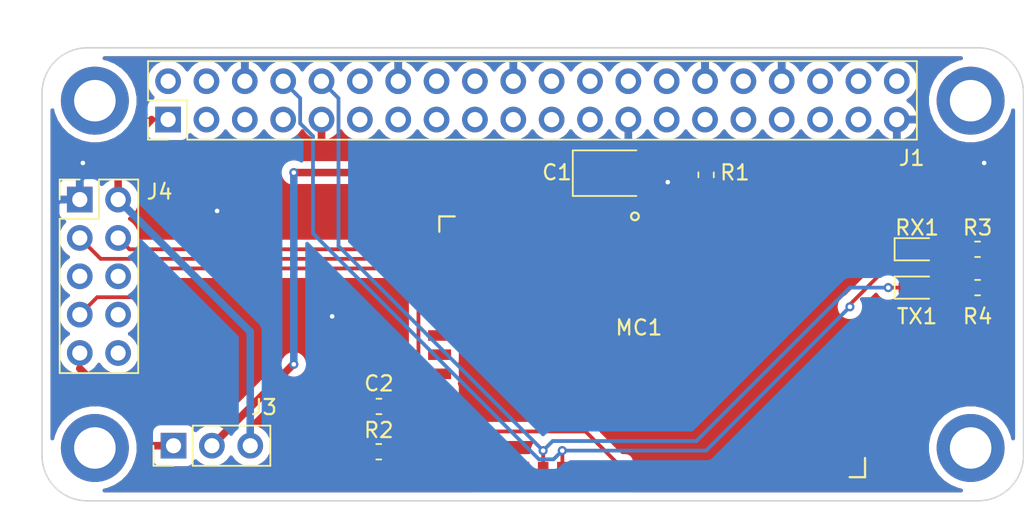
<source format=kicad_pcb>
(kicad_pcb (version 20171130) (host pcbnew 5.1.4)

  (general
    (thickness 1.6)
    (drawings 8)
    (tracks 108)
    (zones 0)
    (modules 12)
    (nets 63)
  )

  (page A4)
  (layers
    (0 F.Cu signal)
    (31 B.Cu signal)
    (32 B.Adhes user)
    (33 F.Adhes user)
    (34 B.Paste user)
    (35 F.Paste user)
    (36 B.SilkS user)
    (37 F.SilkS user)
    (38 B.Mask user)
    (39 F.Mask user)
    (40 Dwgs.User user)
    (41 Cmts.User user)
    (42 Eco1.User user)
    (43 Eco2.User user)
    (44 Edge.Cuts user)
    (45 Margin user)
    (46 B.CrtYd user)
    (47 F.CrtYd user)
    (48 B.Fab user)
    (49 F.Fab user)
  )

  (setup
    (last_trace_width 0.25)
    (trace_clearance 0.15)
    (zone_clearance 0.508)
    (zone_45_only no)
    (trace_min 0.15)
    (via_size 0.6)
    (via_drill 0.3)
    (via_min_size 0.6)
    (via_min_drill 0.3)
    (user_via 4.5 2.75)
    (uvia_size 0.3)
    (uvia_drill 0.1)
    (uvias_allowed no)
    (uvia_min_size 0.2)
    (uvia_min_drill 0.1)
    (edge_width 0.1)
    (segment_width 0.2)
    (pcb_text_width 0.3)
    (pcb_text_size 1.5 1.5)
    (mod_edge_width 0.15)
    (mod_text_size 1 1)
    (mod_text_width 0.15)
    (pad_size 1.524 1.524)
    (pad_drill 0.762)
    (pad_to_mask_clearance 0.1)
    (aux_axis_origin 0 0)
    (visible_elements FFFFFF7F)
    (pcbplotparams
      (layerselection 0x010f0_ffffffff)
      (usegerberextensions false)
      (usegerberattributes false)
      (usegerberadvancedattributes false)
      (creategerberjobfile false)
      (excludeedgelayer true)
      (linewidth 0.100000)
      (plotframeref false)
      (viasonmask false)
      (mode 1)
      (useauxorigin false)
      (hpglpennumber 1)
      (hpglpenspeed 20)
      (hpglpendiameter 15.000000)
      (psnegative false)
      (psa4output false)
      (plotreference true)
      (plotvalue false)
      (plotinvisibletext false)
      (padsonsilk false)
      (subtractmaskfromsilk false)
      (outputformat 1)
      (mirror false)
      (drillshape 0)
      (scaleselection 1)
      (outputdirectory "../../../../Desktop/plot/"))
  )

  (net 0 "")
  (net 1 GND)
  (net 2 /VIN)
  (net 3 /RST)
  (net 4 "Net-(J1-Pad40)")
  (net 5 "Net-(J1-Pad38)")
  (net 6 "Net-(J1-Pad37)")
  (net 7 "Net-(J1-Pad36)")
  (net 8 "Net-(J1-Pad35)")
  (net 9 "Net-(J1-Pad33)")
  (net 10 "Net-(J1-Pad32)")
  (net 11 "Net-(J1-Pad31)")
  (net 12 "Net-(J1-Pad29)")
  (net 13 "Net-(J1-Pad28)")
  (net 14 "Net-(J1-Pad27)")
  (net 15 "Net-(J1-Pad26)")
  (net 16 "Net-(J1-Pad24)")
  (net 17 "Net-(J1-Pad23)")
  (net 18 "Net-(J1-Pad22)")
  (net 19 "Net-(J1-Pad21)")
  (net 20 "Net-(J1-Pad19)")
  (net 21 "Net-(J1-Pad18)")
  (net 22 "Net-(J1-Pad17)")
  (net 23 "Net-(J1-Pad16)")
  (net 24 "Net-(J1-Pad15)")
  (net 25 "Net-(J1-Pad13)")
  (net 26 "Net-(J1-Pad12)")
  (net 27 "Net-(J1-Pad11)")
  (net 28 "Net-(J1-Pad7)")
  (net 29 "Net-(J1-Pad5)")
  (net 30 "Net-(J1-Pad4)")
  (net 31 "Net-(J1-Pad3)")
  (net 32 "Net-(J1-Pad2)")
  (net 33 +3V3)
  (net 34 "Net-(J3-Pad1)")
  (net 35 /P1.7)
  (net 36 /P1.6)
  (net 37 /P1.5)
  (net 38 /P2.1)
  (net 39 /P1.4)
  (net 40 /P2.2)
  (net 41 "Net-(MC1-Pad24)")
  (net 42 /P0.0)
  (net 43 /P0.1)
  (net 44 /P0.2)
  (net 45 /P0.3)
  (net 46 /P0.4)
  (net 47 /P0.5)
  (net 48 /P0.6)
  (net 49 "Net-(MC1-Pad9)")
  (net 50 /P1.3)
  (net 51 /P1.2)
  (net 52 /P1.1)
  (net 53 /P1.0)
  (net 54 /P0.7)
  (net 55 /P2.0)
  (net 56 "Net-(MC1-Pad8)")
  (net 57 "Net-(J4-Pad10)")
  (net 58 "Net-(J4-Pad8)")
  (net 59 "Net-(J4-Pad6)")
  (net 60 "Net-(J4-Pad5)")
  (net 61 "Net-(R3-Pad1)")
  (net 62 "Net-(R4-Pad1)")

  (net_class Default "This is the default net class."
    (clearance 0.15)
    (trace_width 0.25)
    (via_dia 0.6)
    (via_drill 0.3)
    (uvia_dia 0.3)
    (uvia_drill 0.1)
    (add_net /P0.0)
    (add_net /P0.1)
    (add_net /P0.2)
    (add_net /P0.3)
    (add_net /P0.4)
    (add_net /P0.5)
    (add_net /P0.6)
    (add_net /P0.7)
    (add_net /P1.0)
    (add_net /P1.1)
    (add_net /P1.2)
    (add_net /P1.3)
    (add_net /P1.4)
    (add_net /P1.5)
    (add_net /P1.6)
    (add_net /P1.7)
    (add_net /P2.0)
    (add_net /P2.1)
    (add_net /P2.2)
    (add_net /RST)
    (add_net GND)
    (add_net "Net-(J1-Pad11)")
    (add_net "Net-(J1-Pad12)")
    (add_net "Net-(J1-Pad13)")
    (add_net "Net-(J1-Pad15)")
    (add_net "Net-(J1-Pad16)")
    (add_net "Net-(J1-Pad17)")
    (add_net "Net-(J1-Pad18)")
    (add_net "Net-(J1-Pad19)")
    (add_net "Net-(J1-Pad2)")
    (add_net "Net-(J1-Pad21)")
    (add_net "Net-(J1-Pad22)")
    (add_net "Net-(J1-Pad23)")
    (add_net "Net-(J1-Pad24)")
    (add_net "Net-(J1-Pad26)")
    (add_net "Net-(J1-Pad27)")
    (add_net "Net-(J1-Pad28)")
    (add_net "Net-(J1-Pad29)")
    (add_net "Net-(J1-Pad3)")
    (add_net "Net-(J1-Pad31)")
    (add_net "Net-(J1-Pad32)")
    (add_net "Net-(J1-Pad33)")
    (add_net "Net-(J1-Pad35)")
    (add_net "Net-(J1-Pad36)")
    (add_net "Net-(J1-Pad37)")
    (add_net "Net-(J1-Pad38)")
    (add_net "Net-(J1-Pad4)")
    (add_net "Net-(J1-Pad40)")
    (add_net "Net-(J1-Pad5)")
    (add_net "Net-(J1-Pad7)")
    (add_net "Net-(J3-Pad1)")
    (add_net "Net-(J4-Pad10)")
    (add_net "Net-(J4-Pad5)")
    (add_net "Net-(J4-Pad6)")
    (add_net "Net-(J4-Pad8)")
    (add_net "Net-(MC1-Pad24)")
    (add_net "Net-(MC1-Pad8)")
    (add_net "Net-(MC1-Pad9)")
    (add_net "Net-(R3-Pad1)")
    (add_net "Net-(R4-Pad1)")
  )

  (net_class +3v3 ""
    (clearance 0.3)
    (trace_width 0.5)
    (via_dia 0.6)
    (via_drill 0.3)
    (uvia_dia 0.3)
    (uvia_drill 0.1)
    (add_net +3V3)
    (add_net /VIN)
  )

  (module Resistor_SMD:R_0603_1608Metric (layer F.Cu) (tedit 5B301BBD) (tstamp 5D66E192)
    (at 111.96 55.88)
    (descr "Resistor SMD 0603 (1608 Metric), square (rectangular) end terminal, IPC_7351 nominal, (Body size source: http://www.tortai-tech.com/upload/download/2011102023233369053.pdf), generated with kicad-footprint-generator")
    (tags resistor)
    (path /5D68CF80)
    (attr smd)
    (fp_text reference R4 (at 0 1.905) (layer F.SilkS)
      (effects (font (size 1 1) (thickness 0.15)))
    )
    (fp_text value 100 (at 0 1.43) (layer F.Fab)
      (effects (font (size 1 1) (thickness 0.15)))
    )
    (fp_text user %R (at 0 0) (layer F.Fab)
      (effects (font (size 0.4 0.4) (thickness 0.06)))
    )
    (fp_line (start 1.48 0.73) (end -1.48 0.73) (layer F.CrtYd) (width 0.05))
    (fp_line (start 1.48 -0.73) (end 1.48 0.73) (layer F.CrtYd) (width 0.05))
    (fp_line (start -1.48 -0.73) (end 1.48 -0.73) (layer F.CrtYd) (width 0.05))
    (fp_line (start -1.48 0.73) (end -1.48 -0.73) (layer F.CrtYd) (width 0.05))
    (fp_line (start -0.162779 0.51) (end 0.162779 0.51) (layer F.SilkS) (width 0.12))
    (fp_line (start -0.162779 -0.51) (end 0.162779 -0.51) (layer F.SilkS) (width 0.12))
    (fp_line (start 0.8 0.4) (end -0.8 0.4) (layer F.Fab) (width 0.1))
    (fp_line (start 0.8 -0.4) (end 0.8 0.4) (layer F.Fab) (width 0.1))
    (fp_line (start -0.8 -0.4) (end 0.8 -0.4) (layer F.Fab) (width 0.1))
    (fp_line (start -0.8 0.4) (end -0.8 -0.4) (layer F.Fab) (width 0.1))
    (pad 2 smd roundrect (at 0.7875 0) (size 0.875 0.95) (layers F.Cu F.Paste F.Mask) (roundrect_rratio 0.25)
      (net 2 /VIN))
    (pad 1 smd roundrect (at -0.7875 0) (size 0.875 0.95) (layers F.Cu F.Paste F.Mask) (roundrect_rratio 0.25)
      (net 62 "Net-(R4-Pad1)"))
    (model ${KISYS3DMOD}/Resistor_SMD.3dshapes/R_0603_1608Metric.wrl
      (at (xyz 0 0 0))
      (scale (xyz 1 1 1))
      (rotate (xyz 0 0 0))
    )
  )

  (module Resistor_SMD:R_0603_1608Metric (layer F.Cu) (tedit 5B301BBD) (tstamp 5D66E181)
    (at 111.96 53.34)
    (descr "Resistor SMD 0603 (1608 Metric), square (rectangular) end terminal, IPC_7351 nominal, (Body size source: http://www.tortai-tech.com/upload/download/2011102023233369053.pdf), generated with kicad-footprint-generator")
    (tags resistor)
    (path /5D689E7B)
    (attr smd)
    (fp_text reference R3 (at 0 -1.43) (layer F.SilkS)
      (effects (font (size 1 1) (thickness 0.15)))
    )
    (fp_text value 100 (at 0 1.43) (layer F.Fab)
      (effects (font (size 1 1) (thickness 0.15)))
    )
    (fp_text user %R (at 0 0) (layer F.Fab)
      (effects (font (size 0.4 0.4) (thickness 0.06)))
    )
    (fp_line (start 1.48 0.73) (end -1.48 0.73) (layer F.CrtYd) (width 0.05))
    (fp_line (start 1.48 -0.73) (end 1.48 0.73) (layer F.CrtYd) (width 0.05))
    (fp_line (start -1.48 -0.73) (end 1.48 -0.73) (layer F.CrtYd) (width 0.05))
    (fp_line (start -1.48 0.73) (end -1.48 -0.73) (layer F.CrtYd) (width 0.05))
    (fp_line (start -0.162779 0.51) (end 0.162779 0.51) (layer F.SilkS) (width 0.12))
    (fp_line (start -0.162779 -0.51) (end 0.162779 -0.51) (layer F.SilkS) (width 0.12))
    (fp_line (start 0.8 0.4) (end -0.8 0.4) (layer F.Fab) (width 0.1))
    (fp_line (start 0.8 -0.4) (end 0.8 0.4) (layer F.Fab) (width 0.1))
    (fp_line (start -0.8 -0.4) (end 0.8 -0.4) (layer F.Fab) (width 0.1))
    (fp_line (start -0.8 0.4) (end -0.8 -0.4) (layer F.Fab) (width 0.1))
    (pad 2 smd roundrect (at 0.7875 0) (size 0.875 0.95) (layers F.Cu F.Paste F.Mask) (roundrect_rratio 0.25)
      (net 2 /VIN))
    (pad 1 smd roundrect (at -0.7875 0) (size 0.875 0.95) (layers F.Cu F.Paste F.Mask) (roundrect_rratio 0.25)
      (net 61 "Net-(R3-Pad1)"))
    (model ${KISYS3DMOD}/Resistor_SMD.3dshapes/R_0603_1608Metric.wrl
      (at (xyz 0 0 0))
      (scale (xyz 1 1 1))
      (rotate (xyz 0 0 0))
    )
  )

  (module LED_SMD:LED_0603_1608Metric (layer F.Cu) (tedit 5B301BBE) (tstamp 5D66DFFC)
    (at 107.95 55.88)
    (descr "LED SMD 0603 (1608 Metric), square (rectangular) end terminal, IPC_7351 nominal, (Body size source: http://www.tortai-tech.com/upload/download/2011102023233369053.pdf), generated with kicad-footprint-generator")
    (tags diode)
    (path /5D6879A3)
    (attr smd)
    (fp_text reference TX1 (at 0 1.905) (layer F.SilkS)
      (effects (font (size 1 1) (thickness 0.15)))
    )
    (fp_text value LED (at 0 1.43) (layer F.Fab)
      (effects (font (size 1 1) (thickness 0.15)))
    )
    (fp_text user %R (at 0 0) (layer F.Fab)
      (effects (font (size 0.4 0.4) (thickness 0.06)))
    )
    (fp_line (start 1.48 0.73) (end -1.48 0.73) (layer F.CrtYd) (width 0.05))
    (fp_line (start 1.48 -0.73) (end 1.48 0.73) (layer F.CrtYd) (width 0.05))
    (fp_line (start -1.48 -0.73) (end 1.48 -0.73) (layer F.CrtYd) (width 0.05))
    (fp_line (start -1.48 0.73) (end -1.48 -0.73) (layer F.CrtYd) (width 0.05))
    (fp_line (start -1.485 0.735) (end 0.8 0.735) (layer F.SilkS) (width 0.12))
    (fp_line (start -1.485 -0.735) (end -1.485 0.735) (layer F.SilkS) (width 0.12))
    (fp_line (start 0.8 -0.735) (end -1.485 -0.735) (layer F.SilkS) (width 0.12))
    (fp_line (start 0.8 0.4) (end 0.8 -0.4) (layer F.Fab) (width 0.1))
    (fp_line (start -0.8 0.4) (end 0.8 0.4) (layer F.Fab) (width 0.1))
    (fp_line (start -0.8 -0.1) (end -0.8 0.4) (layer F.Fab) (width 0.1))
    (fp_line (start -0.5 -0.4) (end -0.8 -0.1) (layer F.Fab) (width 0.1))
    (fp_line (start 0.8 -0.4) (end -0.5 -0.4) (layer F.Fab) (width 0.1))
    (pad 2 smd roundrect (at 0.7875 0) (size 0.875 0.95) (layers F.Cu F.Paste F.Mask) (roundrect_rratio 0.25)
      (net 62 "Net-(R4-Pad1)"))
    (pad 1 smd roundrect (at -0.7875 0) (size 0.875 0.95) (layers F.Cu F.Paste F.Mask) (roundrect_rratio 0.25)
      (net 45 /P0.3))
    (model ${KISYS3DMOD}/LED_SMD.3dshapes/LED_0603_1608Metric.wrl
      (at (xyz 0 0 0))
      (scale (xyz 1 1 1))
      (rotate (xyz 0 0 0))
    )
  )

  (module LED_SMD:LED_0603_1608Metric (layer F.Cu) (tedit 5B301BBE) (tstamp 5D66DFE9)
    (at 107.95 53.34)
    (descr "LED SMD 0603 (1608 Metric), square (rectangular) end terminal, IPC_7351 nominal, (Body size source: http://www.tortai-tech.com/upload/download/2011102023233369053.pdf), generated with kicad-footprint-generator")
    (tags diode)
    (path /5D685773)
    (attr smd)
    (fp_text reference RX1 (at 0 -1.43) (layer F.SilkS)
      (effects (font (size 1 1) (thickness 0.15)))
    )
    (fp_text value LED (at 0 1.43) (layer F.Fab)
      (effects (font (size 1 1) (thickness 0.15)))
    )
    (fp_text user %R (at 0 0) (layer F.Fab)
      (effects (font (size 0.4 0.4) (thickness 0.06)))
    )
    (fp_line (start 1.48 0.73) (end -1.48 0.73) (layer F.CrtYd) (width 0.05))
    (fp_line (start 1.48 -0.73) (end 1.48 0.73) (layer F.CrtYd) (width 0.05))
    (fp_line (start -1.48 -0.73) (end 1.48 -0.73) (layer F.CrtYd) (width 0.05))
    (fp_line (start -1.48 0.73) (end -1.48 -0.73) (layer F.CrtYd) (width 0.05))
    (fp_line (start -1.485 0.735) (end 0.8 0.735) (layer F.SilkS) (width 0.12))
    (fp_line (start -1.485 -0.735) (end -1.485 0.735) (layer F.SilkS) (width 0.12))
    (fp_line (start 0.8 -0.735) (end -1.485 -0.735) (layer F.SilkS) (width 0.12))
    (fp_line (start 0.8 0.4) (end 0.8 -0.4) (layer F.Fab) (width 0.1))
    (fp_line (start -0.8 0.4) (end 0.8 0.4) (layer F.Fab) (width 0.1))
    (fp_line (start -0.8 -0.1) (end -0.8 0.4) (layer F.Fab) (width 0.1))
    (fp_line (start -0.5 -0.4) (end -0.8 -0.1) (layer F.Fab) (width 0.1))
    (fp_line (start 0.8 -0.4) (end -0.5 -0.4) (layer F.Fab) (width 0.1))
    (pad 2 smd roundrect (at 0.7875 0) (size 0.875 0.95) (layers F.Cu F.Paste F.Mask) (roundrect_rratio 0.25)
      (net 61 "Net-(R3-Pad1)"))
    (pad 1 smd roundrect (at -0.7875 0) (size 0.875 0.95) (layers F.Cu F.Paste F.Mask) (roundrect_rratio 0.25)
      (net 44 /P0.2))
    (model ${KISYS3DMOD}/LED_SMD.3dshapes/LED_0603_1608Metric.wrl
      (at (xyz 0 0 0))
      (scale (xyz 1 1 1))
      (rotate (xyz 0 0 0))
    )
  )

  (module Resistor_SMD:R_0603_1608Metric (layer F.Cu) (tedit 5B301BBD) (tstamp 5D66B781)
    (at 72.3 66.75)
    (descr "Resistor SMD 0603 (1608 Metric), square (rectangular) end terminal, IPC_7351 nominal, (Body size source: http://www.tortai-tech.com/upload/download/2011102023233369053.pdf), generated with kicad-footprint-generator")
    (tags resistor)
    (path /5C756BEC)
    (attr smd)
    (fp_text reference R2 (at 0 -1.43) (layer F.SilkS)
      (effects (font (size 1 1) (thickness 0.15)))
    )
    (fp_text value 2.7k (at -3.15 -0.1) (layer F.Fab)
      (effects (font (size 1 1) (thickness 0.15)))
    )
    (fp_text user %R (at 0 0) (layer F.Fab)
      (effects (font (size 0.4 0.4) (thickness 0.06)))
    )
    (fp_line (start 1.48 0.73) (end -1.48 0.73) (layer F.CrtYd) (width 0.05))
    (fp_line (start 1.48 -0.73) (end 1.48 0.73) (layer F.CrtYd) (width 0.05))
    (fp_line (start -1.48 -0.73) (end 1.48 -0.73) (layer F.CrtYd) (width 0.05))
    (fp_line (start -1.48 0.73) (end -1.48 -0.73) (layer F.CrtYd) (width 0.05))
    (fp_line (start -0.162779 0.51) (end 0.162779 0.51) (layer F.SilkS) (width 0.12))
    (fp_line (start -0.162779 -0.51) (end 0.162779 -0.51) (layer F.SilkS) (width 0.12))
    (fp_line (start 0.8 0.4) (end -0.8 0.4) (layer F.Fab) (width 0.1))
    (fp_line (start 0.8 -0.4) (end 0.8 0.4) (layer F.Fab) (width 0.1))
    (fp_line (start -0.8 -0.4) (end 0.8 -0.4) (layer F.Fab) (width 0.1))
    (fp_line (start -0.8 0.4) (end -0.8 -0.4) (layer F.Fab) (width 0.1))
    (pad 2 smd roundrect (at 0.7875 0) (size 0.875 0.95) (layers F.Cu F.Paste F.Mask) (roundrect_rratio 0.25)
      (net 3 /RST))
    (pad 1 smd roundrect (at -0.7875 0) (size 0.875 0.95) (layers F.Cu F.Paste F.Mask) (roundrect_rratio 0.25)
      (net 41 "Net-(MC1-Pad24)"))
    (model ${KISYS3DMOD}/Resistor_SMD.3dshapes/R_0603_1608Metric.wrl
      (at (xyz 0 0 0))
      (scale (xyz 1 1 1))
      (rotate (xyz 0 0 0))
    )
  )

  (module Resistor_SMD:R_0603_1608Metric (layer F.Cu) (tedit 5B301BBD) (tstamp 5D66B770)
    (at 93.98 48.4125 270)
    (descr "Resistor SMD 0603 (1608 Metric), square (rectangular) end terminal, IPC_7351 nominal, (Body size source: http://www.tortai-tech.com/upload/download/2011102023233369053.pdf), generated with kicad-footprint-generator")
    (tags resistor)
    (path /5C7588E7)
    (attr smd)
    (fp_text reference R1 (at -0.1525 -1.905 180) (layer F.SilkS)
      (effects (font (size 1 1) (thickness 0.15)))
    )
    (fp_text value 10k (at 0 1.43 90) (layer F.Fab)
      (effects (font (size 1 1) (thickness 0.15)))
    )
    (fp_line (start -0.8 0.4) (end -0.8 -0.4) (layer F.Fab) (width 0.1))
    (fp_line (start -0.8 -0.4) (end 0.8 -0.4) (layer F.Fab) (width 0.1))
    (fp_line (start 0.8 -0.4) (end 0.8 0.4) (layer F.Fab) (width 0.1))
    (fp_line (start 0.8 0.4) (end -0.8 0.4) (layer F.Fab) (width 0.1))
    (fp_line (start -0.162779 -0.51) (end 0.162779 -0.51) (layer F.SilkS) (width 0.12))
    (fp_line (start -0.162779 0.51) (end 0.162779 0.51) (layer F.SilkS) (width 0.12))
    (fp_line (start -1.48 0.73) (end -1.48 -0.73) (layer F.CrtYd) (width 0.05))
    (fp_line (start -1.48 -0.73) (end 1.48 -0.73) (layer F.CrtYd) (width 0.05))
    (fp_line (start 1.48 -0.73) (end 1.48 0.73) (layer F.CrtYd) (width 0.05))
    (fp_line (start 1.48 0.73) (end -1.48 0.73) (layer F.CrtYd) (width 0.05))
    (fp_text user %R (at 0 0 90) (layer F.Fab)
      (effects (font (size 0.4 0.4) (thickness 0.06)))
    )
    (pad 1 smd roundrect (at -0.7875 0 270) (size 0.875 0.95) (layers F.Cu F.Paste F.Mask) (roundrect_rratio 0.25)
      (net 2 /VIN))
    (pad 2 smd roundrect (at 0.7875 0 270) (size 0.875 0.95) (layers F.Cu F.Paste F.Mask) (roundrect_rratio 0.25)
      (net 40 /P2.2))
    (model ${KISYS3DMOD}/Resistor_SMD.3dshapes/R_0603_1608Metric.wrl
      (at (xyz 0 0 0))
      (scale (xyz 1 1 1))
      (rotate (xyz 0 0 0))
    )
  )

  (module zigbee:E18-MS1PA1-PCB (layer F.Cu) (tedit 5CDAF332) (tstamp 5D66B75F)
    (at 75.55 50.4)
    (path /5C72954A)
    (fp_text reference MC1 (at 13.98 8.13) (layer F.SilkS)
      (effects (font (size 1 1) (thickness 0.15)))
    )
    (fp_text value E18-MS1PA1-PCB (at 15.25 -3.03) (layer F.Fab)
      (effects (font (size 1 1) (thickness 0.15)))
    )
    (fp_line (start 1.28 17.28) (end 1.28 1.28) (layer F.Fab) (width 0.15))
    (fp_line (start 28.28 17.28) (end 1.28 17.28) (layer F.Fab) (width 0.15))
    (fp_line (start 28.28 1.28) (end 28.28 17.28) (layer F.Fab) (width 0.15))
    (fp_line (start 1.28 1.28) (end 28.28 1.28) (layer F.Fab) (width 0.15))
    (fp_line (start -0.254 18.796) (end -0.254 -0.254) (layer F.CrtYd) (width 0.15))
    (fp_line (start 29.464 18.796) (end -0.254 18.796) (layer F.CrtYd) (width 0.15))
    (fp_line (start 29.464 -0.254) (end 29.464 18.796) (layer F.CrtYd) (width 0.15))
    (fp_line (start -0.254 -0.254) (end 29.464 -0.254) (layer F.CrtYd) (width 0.15))
    (fp_circle (center 13.716 0.762) (end 13.97 0.762) (layer F.SilkS) (width 0.15))
    (fp_line (start 0.762 0.762) (end 1.778 0.762) (layer F.SilkS) (width 0.15))
    (fp_line (start 0.762 1.778) (end 0.762 0.762) (layer F.SilkS) (width 0.15))
    (fp_line (start 28.956 18.034) (end 28.956 16.764) (layer F.SilkS) (width 0.15))
    (fp_line (start 27.94 18.034) (end 28.956 18.034) (layer F.SilkS) (width 0.15))
    (pad 24 smd rect (at 12.72 17.28) (size 0.7 1.524) (drill (offset 0 0.5)) (layers F.Cu F.Paste F.Mask)
      (net 41 "Net-(MC1-Pad24)"))
    (pad 23 smd rect (at 11.45 17.28) (size 0.7 1.524) (drill (offset 0 0.5)) (layers F.Cu F.Paste F.Mask)
      (net 42 /P0.0))
    (pad 22 smd rect (at 10.18 17.28) (size 0.7 1.524) (drill (offset 0 0.5)) (layers F.Cu F.Paste F.Mask)
      (net 43 /P0.1))
    (pad 21 smd rect (at 8.91 17.28) (size 0.7 1.524) (drill (offset 0 0.5)) (layers F.Cu F.Paste F.Mask)
      (net 44 /P0.2))
    (pad 20 smd rect (at 7.64 17.28) (size 0.7 1.524) (drill (offset 0 0.5)) (layers F.Cu F.Paste F.Mask)
      (net 45 /P0.3))
    (pad 19 smd rect (at 6.37 17.28) (size 0.7 1.524) (drill (offset 0 0.5)) (layers F.Cu F.Paste F.Mask)
      (net 46 /P0.4))
    (pad 18 smd rect (at 5.1 17.28) (size 0.7 1.524) (drill (offset 0 0.5)) (layers F.Cu F.Paste F.Mask)
      (net 47 /P0.5))
    (pad 17 smd rect (at 3.83 17.28) (size 0.7 1.524) (drill (offset 0 0.5)) (layers F.Cu F.Paste F.Mask)
      (net 48 /P0.6))
    (pad 9 smd rect (at 1.28 4.84) (size 1.524 0.7) (drill (offset -0.5 0)) (layers F.Cu F.Paste F.Mask)
      (net 49 "Net-(MC1-Pad9)"))
    (pad 10 smd rect (at 1.28 6.11) (size 1.524 0.7) (drill (offset -0.5 0)) (layers F.Cu F.Paste F.Mask)
      (net 37 /P1.5))
    (pad 11 smd rect (at 1.28 7.38) (size 1.524 0.7) (drill (offset -0.5 0)) (layers F.Cu F.Paste F.Mask)
      (net 39 /P1.4))
    (pad 12 smd rect (at 1.28 8.65) (size 1.524 0.7) (drill (offset -0.5 0)) (layers F.Cu F.Paste F.Mask)
      (net 50 /P1.3))
    (pad 13 smd rect (at 1.28 9.92) (size 1.524 0.7) (drill (offset -0.5 0)) (layers F.Cu F.Paste F.Mask)
      (net 51 /P1.2))
    (pad 14 smd rect (at 1.28 11.19) (size 1.524 0.7) (drill (offset -0.5 0)) (layers F.Cu F.Paste F.Mask)
      (net 52 /P1.1))
    (pad 15 smd rect (at 1.28 12.46) (size 1.524 0.7) (drill (offset -0.5 0)) (layers F.Cu F.Paste F.Mask)
      (net 53 /P1.0))
    (pad 16 smd rect (at 1.28 13.73) (size 1.524 0.7) (drill (offset -0.5 0)) (layers F.Cu F.Paste F.Mask)
      (net 54 /P0.7))
    (pad 1 smd rect (at 12.72 1.28) (size 0.7 1.524) (drill (offset 0 -0.5)) (layers F.Cu F.Paste F.Mask)
      (net 1 GND))
    (pad 2 smd rect (at 11.45 1.28) (size 0.7 1.524) (drill (offset 0 -0.5)) (layers F.Cu F.Paste F.Mask)
      (net 2 /VIN))
    (pad 3 smd rect (at 10.18 1.28) (size 0.7 1.524) (drill (offset 0 -0.5)) (layers F.Cu F.Paste F.Mask)
      (net 40 /P2.2))
    (pad 4 smd rect (at 8.91 1.28) (size 0.7 1.524) (drill (offset 0 -0.5)) (layers F.Cu F.Paste F.Mask)
      (net 38 /P2.1))
    (pad 5 smd rect (at 7.64 1.28) (size 0.7 1.524) (drill (offset 0 -0.5)) (layers F.Cu F.Paste F.Mask)
      (net 55 /P2.0))
    (pad 6 smd rect (at 6.37 1.28) (size 0.7 1.524) (drill (offset 0 -0.5)) (layers F.Cu F.Paste F.Mask)
      (net 35 /P1.7))
    (pad 7 smd rect (at 5.1 1.28) (size 0.7 1.524) (drill (offset 0 -0.5)) (layers F.Cu F.Paste F.Mask)
      (net 36 /P1.6))
    (pad 8 smd rect (at 3.83 1.28) (size 0.7 1.524) (drill (offset 0 -0.5)) (layers F.Cu F.Paste F.Mask)
      (net 56 "Net-(MC1-Pad8)"))
    (model ${KICAD_DROPBOX_LIBRARY}/E18-MS1PA1-PCB.step
      (offset (xyz -2.07 11.15 0))
      (scale (xyz 1 1 1))
      (rotate (xyz 0 0 0))
    )
  )

  (module Connector_PinHeader_2.54mm:PinHeader_2x05_P2.54mm_Vertical (layer F.Cu) (tedit 59FED5CC) (tstamp 5D66B736)
    (at 52.5 50.05)
    (descr "Through hole straight pin header, 2x05, 2.54mm pitch, double rows")
    (tags "Through hole pin header THT 2x05 2.54mm double row")
    (path /5C72A71E)
    (fp_text reference J4 (at 5.285 -0.52) (layer F.SilkS)
      (effects (font (size 1 1) (thickness 0.15)))
    )
    (fp_text value "Debug Connector" (at 1.27 12.49) (layer F.Fab)
      (effects (font (size 1 1) (thickness 0.15)))
    )
    (fp_text user %R (at 1.27 5.08 90) (layer F.Fab)
      (effects (font (size 1 1) (thickness 0.15)))
    )
    (fp_line (start 4.35 -1.8) (end -1.8 -1.8) (layer F.CrtYd) (width 0.05))
    (fp_line (start 4.35 11.95) (end 4.35 -1.8) (layer F.CrtYd) (width 0.05))
    (fp_line (start -1.8 11.95) (end 4.35 11.95) (layer F.CrtYd) (width 0.05))
    (fp_line (start -1.8 -1.8) (end -1.8 11.95) (layer F.CrtYd) (width 0.05))
    (fp_line (start -1.33 -1.33) (end 0 -1.33) (layer F.SilkS) (width 0.12))
    (fp_line (start -1.33 0) (end -1.33 -1.33) (layer F.SilkS) (width 0.12))
    (fp_line (start 1.27 -1.33) (end 3.87 -1.33) (layer F.SilkS) (width 0.12))
    (fp_line (start 1.27 1.27) (end 1.27 -1.33) (layer F.SilkS) (width 0.12))
    (fp_line (start -1.33 1.27) (end 1.27 1.27) (layer F.SilkS) (width 0.12))
    (fp_line (start 3.87 -1.33) (end 3.87 11.49) (layer F.SilkS) (width 0.12))
    (fp_line (start -1.33 1.27) (end -1.33 11.49) (layer F.SilkS) (width 0.12))
    (fp_line (start -1.33 11.49) (end 3.87 11.49) (layer F.SilkS) (width 0.12))
    (fp_line (start -1.27 0) (end 0 -1.27) (layer F.Fab) (width 0.1))
    (fp_line (start -1.27 11.43) (end -1.27 0) (layer F.Fab) (width 0.1))
    (fp_line (start 3.81 11.43) (end -1.27 11.43) (layer F.Fab) (width 0.1))
    (fp_line (start 3.81 -1.27) (end 3.81 11.43) (layer F.Fab) (width 0.1))
    (fp_line (start 0 -1.27) (end 3.81 -1.27) (layer F.Fab) (width 0.1))
    (pad 10 thru_hole oval (at 2.54 10.16) (size 1.7 1.7) (drill 1) (layers *.Cu *.Mask)
      (net 57 "Net-(J4-Pad10)"))
    (pad 9 thru_hole oval (at 0 10.16) (size 1.7 1.7) (drill 1) (layers *.Cu *.Mask)
      (net 34 "Net-(J3-Pad1)"))
    (pad 8 thru_hole oval (at 2.54 7.62) (size 1.7 1.7) (drill 1) (layers *.Cu *.Mask)
      (net 58 "Net-(J4-Pad8)"))
    (pad 7 thru_hole oval (at 0 7.62) (size 1.7 1.7) (drill 1) (layers *.Cu *.Mask)
      (net 3 /RST))
    (pad 6 thru_hole oval (at 2.54 5.08) (size 1.7 1.7) (drill 1) (layers *.Cu *.Mask)
      (net 59 "Net-(J4-Pad6)"))
    (pad 5 thru_hole oval (at 0 5.08) (size 1.7 1.7) (drill 1) (layers *.Cu *.Mask)
      (net 60 "Net-(J4-Pad5)"))
    (pad 4 thru_hole oval (at 2.54 2.54) (size 1.7 1.7) (drill 1) (layers *.Cu *.Mask)
      (net 38 /P2.1))
    (pad 3 thru_hole oval (at 0 2.54) (size 1.7 1.7) (drill 1) (layers *.Cu *.Mask)
      (net 40 /P2.2))
    (pad 2 thru_hole oval (at 2.54 0) (size 1.7 1.7) (drill 1) (layers *.Cu *.Mask)
      (net 33 +3V3))
    (pad 1 thru_hole rect (at 0 0) (size 1.7 1.7) (drill 1) (layers *.Cu *.Mask)
      (net 1 GND))
    (model ${KISYS3DMOD}/Connector_PinHeader_2.54mm.3dshapes/PinHeader_2x05_P2.54mm_Vertical.wrl
      (at (xyz 0 0 0))
      (scale (xyz 1 1 1))
      (rotate (xyz 0 0 0))
    )
  )

  (module Connector_PinHeader_2.54mm:PinHeader_1x03_P2.54mm_Vertical (layer F.Cu) (tedit 59FED5CC) (tstamp 5D66B716)
    (at 58.71 66.35 90)
    (descr "Through hole straight pin header, 1x03, 2.54mm pitch, single row")
    (tags "Through hole pin header THT 1x03 2.54mm single row")
    (path /5C7572B0)
    (fp_text reference J3 (at 2.55 5.99 180) (layer F.SilkS)
      (effects (font (size 1 1) (thickness 0.15)))
    )
    (fp_text value "PS Header" (at 0 7.41 90) (layer F.Fab)
      (effects (font (size 1 1) (thickness 0.15)))
    )
    (fp_text user %R (at 0 2.54) (layer F.Fab)
      (effects (font (size 1 1) (thickness 0.15)))
    )
    (fp_line (start 1.8 -1.8) (end -1.8 -1.8) (layer F.CrtYd) (width 0.05))
    (fp_line (start 1.8 6.85) (end 1.8 -1.8) (layer F.CrtYd) (width 0.05))
    (fp_line (start -1.8 6.85) (end 1.8 6.85) (layer F.CrtYd) (width 0.05))
    (fp_line (start -1.8 -1.8) (end -1.8 6.85) (layer F.CrtYd) (width 0.05))
    (fp_line (start -1.33 -1.33) (end 0 -1.33) (layer F.SilkS) (width 0.12))
    (fp_line (start -1.33 0) (end -1.33 -1.33) (layer F.SilkS) (width 0.12))
    (fp_line (start -1.33 1.27) (end 1.33 1.27) (layer F.SilkS) (width 0.12))
    (fp_line (start 1.33 1.27) (end 1.33 6.41) (layer F.SilkS) (width 0.12))
    (fp_line (start -1.33 1.27) (end -1.33 6.41) (layer F.SilkS) (width 0.12))
    (fp_line (start -1.33 6.41) (end 1.33 6.41) (layer F.SilkS) (width 0.12))
    (fp_line (start -1.27 -0.635) (end -0.635 -1.27) (layer F.Fab) (width 0.1))
    (fp_line (start -1.27 6.35) (end -1.27 -0.635) (layer F.Fab) (width 0.1))
    (fp_line (start 1.27 6.35) (end -1.27 6.35) (layer F.Fab) (width 0.1))
    (fp_line (start 1.27 -1.27) (end 1.27 6.35) (layer F.Fab) (width 0.1))
    (fp_line (start -0.635 -1.27) (end 1.27 -1.27) (layer F.Fab) (width 0.1))
    (pad 3 thru_hole oval (at 0 5.08 90) (size 1.7 1.7) (drill 1) (layers *.Cu *.Mask)
      (net 33 +3V3))
    (pad 2 thru_hole oval (at 0 2.54 90) (size 1.7 1.7) (drill 1) (layers *.Cu *.Mask)
      (net 2 /VIN))
    (pad 1 thru_hole rect (at 0 0 90) (size 1.7 1.7) (drill 1) (layers *.Cu *.Mask)
      (net 34 "Net-(J3-Pad1)"))
    (model ${KISYS3DMOD}/Connector_PinHeader_2.54mm.3dshapes/PinHeader_1x03_P2.54mm_Vertical.wrl
      (at (xyz 0 0 0))
      (scale (xyz 1 1 1))
      (rotate (xyz 0 0 0))
    )
  )

  (module Connector_PinHeader_2.54mm:PinHeader_2x20_P2.54mm_Vertical (layer F.Cu) (tedit 59FED5CC) (tstamp 5D66B6FF)
    (at 58.35 44.75 90)
    (descr "Through hole straight pin header, 2x20, 2.54mm pitch, double rows")
    (tags "Through hole pin header THT 2x20 2.54mm double row")
    (path /5D677701)
    (fp_text reference J1 (at -2.55 49.25 180) (layer F.SilkS)
      (effects (font (size 1 1) (thickness 0.15)))
    )
    (fp_text value Raspberry_Pi_2_3 (at 1.27 50.59 90) (layer F.Fab)
      (effects (font (size 1 1) (thickness 0.15)))
    )
    (fp_text user %R (at 1.27 24.13) (layer F.Fab)
      (effects (font (size 1 1) (thickness 0.15)))
    )
    (fp_line (start 4.35 -1.8) (end -1.8 -1.8) (layer F.CrtYd) (width 0.05))
    (fp_line (start 4.35 50.05) (end 4.35 -1.8) (layer F.CrtYd) (width 0.05))
    (fp_line (start -1.8 50.05) (end 4.35 50.05) (layer F.CrtYd) (width 0.05))
    (fp_line (start -1.8 -1.8) (end -1.8 50.05) (layer F.CrtYd) (width 0.05))
    (fp_line (start -1.33 -1.33) (end 0 -1.33) (layer F.SilkS) (width 0.12))
    (fp_line (start -1.33 0) (end -1.33 -1.33) (layer F.SilkS) (width 0.12))
    (fp_line (start 1.27 -1.33) (end 3.87 -1.33) (layer F.SilkS) (width 0.12))
    (fp_line (start 1.27 1.27) (end 1.27 -1.33) (layer F.SilkS) (width 0.12))
    (fp_line (start -1.33 1.27) (end 1.27 1.27) (layer F.SilkS) (width 0.12))
    (fp_line (start 3.87 -1.33) (end 3.87 49.59) (layer F.SilkS) (width 0.12))
    (fp_line (start -1.33 1.27) (end -1.33 49.59) (layer F.SilkS) (width 0.12))
    (fp_line (start -1.33 49.59) (end 3.87 49.59) (layer F.SilkS) (width 0.12))
    (fp_line (start -1.27 0) (end 0 -1.27) (layer F.Fab) (width 0.1))
    (fp_line (start -1.27 49.53) (end -1.27 0) (layer F.Fab) (width 0.1))
    (fp_line (start 3.81 49.53) (end -1.27 49.53) (layer F.Fab) (width 0.1))
    (fp_line (start 3.81 -1.27) (end 3.81 49.53) (layer F.Fab) (width 0.1))
    (fp_line (start 0 -1.27) (end 3.81 -1.27) (layer F.Fab) (width 0.1))
    (pad 40 thru_hole oval (at 2.54 48.26 90) (size 1.7 1.7) (drill 1) (layers *.Cu *.Mask)
      (net 4 "Net-(J1-Pad40)"))
    (pad 39 thru_hole oval (at 0 48.26 90) (size 1.7 1.7) (drill 1) (layers *.Cu *.Mask)
      (net 1 GND))
    (pad 38 thru_hole oval (at 2.54 45.72 90) (size 1.7 1.7) (drill 1) (layers *.Cu *.Mask)
      (net 5 "Net-(J1-Pad38)"))
    (pad 37 thru_hole oval (at 0 45.72 90) (size 1.7 1.7) (drill 1) (layers *.Cu *.Mask)
      (net 6 "Net-(J1-Pad37)"))
    (pad 36 thru_hole oval (at 2.54 43.18 90) (size 1.7 1.7) (drill 1) (layers *.Cu *.Mask)
      (net 7 "Net-(J1-Pad36)"))
    (pad 35 thru_hole oval (at 0 43.18 90) (size 1.7 1.7) (drill 1) (layers *.Cu *.Mask)
      (net 8 "Net-(J1-Pad35)"))
    (pad 34 thru_hole oval (at 2.54 40.64 90) (size 1.7 1.7) (drill 1) (layers *.Cu *.Mask)
      (net 1 GND))
    (pad 33 thru_hole oval (at 0 40.64 90) (size 1.7 1.7) (drill 1) (layers *.Cu *.Mask)
      (net 9 "Net-(J1-Pad33)"))
    (pad 32 thru_hole oval (at 2.54 38.1 90) (size 1.7 1.7) (drill 1) (layers *.Cu *.Mask)
      (net 10 "Net-(J1-Pad32)"))
    (pad 31 thru_hole oval (at 0 38.1 90) (size 1.7 1.7) (drill 1) (layers *.Cu *.Mask)
      (net 11 "Net-(J1-Pad31)"))
    (pad 30 thru_hole oval (at 2.54 35.56 90) (size 1.7 1.7) (drill 1) (layers *.Cu *.Mask)
      (net 1 GND))
    (pad 29 thru_hole oval (at 0 35.56 90) (size 1.7 1.7) (drill 1) (layers *.Cu *.Mask)
      (net 12 "Net-(J1-Pad29)"))
    (pad 28 thru_hole oval (at 2.54 33.02 90) (size 1.7 1.7) (drill 1) (layers *.Cu *.Mask)
      (net 13 "Net-(J1-Pad28)"))
    (pad 27 thru_hole oval (at 0 33.02 90) (size 1.7 1.7) (drill 1) (layers *.Cu *.Mask)
      (net 14 "Net-(J1-Pad27)"))
    (pad 26 thru_hole oval (at 2.54 30.48 90) (size 1.7 1.7) (drill 1) (layers *.Cu *.Mask)
      (net 15 "Net-(J1-Pad26)"))
    (pad 25 thru_hole oval (at 0 30.48 90) (size 1.7 1.7) (drill 1) (layers *.Cu *.Mask)
      (net 1 GND))
    (pad 24 thru_hole oval (at 2.54 27.94 90) (size 1.7 1.7) (drill 1) (layers *.Cu *.Mask)
      (net 16 "Net-(J1-Pad24)"))
    (pad 23 thru_hole oval (at 0 27.94 90) (size 1.7 1.7) (drill 1) (layers *.Cu *.Mask)
      (net 17 "Net-(J1-Pad23)"))
    (pad 22 thru_hole oval (at 2.54 25.4 90) (size 1.7 1.7) (drill 1) (layers *.Cu *.Mask)
      (net 18 "Net-(J1-Pad22)"))
    (pad 21 thru_hole oval (at 0 25.4 90) (size 1.7 1.7) (drill 1) (layers *.Cu *.Mask)
      (net 19 "Net-(J1-Pad21)"))
    (pad 20 thru_hole oval (at 2.54 22.86 90) (size 1.7 1.7) (drill 1) (layers *.Cu *.Mask)
      (net 1 GND))
    (pad 19 thru_hole oval (at 0 22.86 90) (size 1.7 1.7) (drill 1) (layers *.Cu *.Mask)
      (net 20 "Net-(J1-Pad19)"))
    (pad 18 thru_hole oval (at 2.54 20.32 90) (size 1.7 1.7) (drill 1) (layers *.Cu *.Mask)
      (net 21 "Net-(J1-Pad18)"))
    (pad 17 thru_hole oval (at 0 20.32 90) (size 1.7 1.7) (drill 1) (layers *.Cu *.Mask)
      (net 22 "Net-(J1-Pad17)"))
    (pad 16 thru_hole oval (at 2.54 17.78 90) (size 1.7 1.7) (drill 1) (layers *.Cu *.Mask)
      (net 23 "Net-(J1-Pad16)"))
    (pad 15 thru_hole oval (at 0 17.78 90) (size 1.7 1.7) (drill 1) (layers *.Cu *.Mask)
      (net 24 "Net-(J1-Pad15)"))
    (pad 14 thru_hole oval (at 2.54 15.24 90) (size 1.7 1.7) (drill 1) (layers *.Cu *.Mask)
      (net 1 GND))
    (pad 13 thru_hole oval (at 0 15.24 90) (size 1.7 1.7) (drill 1) (layers *.Cu *.Mask)
      (net 25 "Net-(J1-Pad13)"))
    (pad 12 thru_hole oval (at 2.54 12.7 90) (size 1.7 1.7) (drill 1) (layers *.Cu *.Mask)
      (net 26 "Net-(J1-Pad12)"))
    (pad 11 thru_hole oval (at 0 12.7 90) (size 1.7 1.7) (drill 1) (layers *.Cu *.Mask)
      (net 27 "Net-(J1-Pad11)"))
    (pad 10 thru_hole oval (at 2.54 10.16 90) (size 1.7 1.7) (drill 1) (layers *.Cu *.Mask)
      (net 45 /P0.3))
    (pad 9 thru_hole oval (at 0 10.16 90) (size 1.7 1.7) (drill 1) (layers *.Cu *.Mask)
      (net 1 GND))
    (pad 8 thru_hole oval (at 2.54 7.62 90) (size 1.7 1.7) (drill 1) (layers *.Cu *.Mask)
      (net 44 /P0.2))
    (pad 7 thru_hole oval (at 0 7.62 90) (size 1.7 1.7) (drill 1) (layers *.Cu *.Mask)
      (net 28 "Net-(J1-Pad7)"))
    (pad 6 thru_hole oval (at 2.54 5.08 90) (size 1.7 1.7) (drill 1) (layers *.Cu *.Mask)
      (net 1 GND))
    (pad 5 thru_hole oval (at 0 5.08 90) (size 1.7 1.7) (drill 1) (layers *.Cu *.Mask)
      (net 29 "Net-(J1-Pad5)"))
    (pad 4 thru_hole oval (at 2.54 2.54 90) (size 1.7 1.7) (drill 1) (layers *.Cu *.Mask)
      (net 30 "Net-(J1-Pad4)"))
    (pad 3 thru_hole oval (at 0 2.54 90) (size 1.7 1.7) (drill 1) (layers *.Cu *.Mask)
      (net 31 "Net-(J1-Pad3)"))
    (pad 2 thru_hole oval (at 2.54 0 90) (size 1.7 1.7) (drill 1) (layers *.Cu *.Mask)
      (net 32 "Net-(J1-Pad2)"))
    (pad 1 thru_hole rect (at 0 0 90) (size 1.7 1.7) (drill 1) (layers *.Cu *.Mask)
      (net 33 +3V3))
    (model ${KISYS3DMOD}/Connector_PinHeader_2.54mm.3dshapes/PinHeader_2x20_P2.54mm_Vertical.wrl
      (at (xyz 0 0 0))
      (scale (xyz 1 1 1))
      (rotate (xyz 0 0 0))
    )
  )

  (module Capacitor_SMD:C_0603_1608Metric (layer F.Cu) (tedit 5B301BBE) (tstamp 5D66B6C1)
    (at 72.3125 63.75 180)
    (descr "Capacitor SMD 0603 (1608 Metric), square (rectangular) end terminal, IPC_7351 nominal, (Body size source: http://www.tortai-tech.com/upload/download/2011102023233369053.pdf), generated with kicad-footprint-generator")
    (tags capacitor)
    (path /5C7570EE)
    (attr smd)
    (fp_text reference C2 (at 0 1.52) (layer F.SilkS)
      (effects (font (size 1 1) (thickness 0.15)))
    )
    (fp_text value 1nF (at -3.0125 0) (layer F.Fab)
      (effects (font (size 1 1) (thickness 0.15)))
    )
    (fp_text user %R (at 0 0) (layer F.Fab)
      (effects (font (size 0.4 0.4) (thickness 0.06)))
    )
    (fp_line (start 1.48 0.73) (end -1.48 0.73) (layer F.CrtYd) (width 0.05))
    (fp_line (start 1.48 -0.73) (end 1.48 0.73) (layer F.CrtYd) (width 0.05))
    (fp_line (start -1.48 -0.73) (end 1.48 -0.73) (layer F.CrtYd) (width 0.05))
    (fp_line (start -1.48 0.73) (end -1.48 -0.73) (layer F.CrtYd) (width 0.05))
    (fp_line (start -0.162779 0.51) (end 0.162779 0.51) (layer F.SilkS) (width 0.12))
    (fp_line (start -0.162779 -0.51) (end 0.162779 -0.51) (layer F.SilkS) (width 0.12))
    (fp_line (start 0.8 0.4) (end -0.8 0.4) (layer F.Fab) (width 0.1))
    (fp_line (start 0.8 -0.4) (end 0.8 0.4) (layer F.Fab) (width 0.1))
    (fp_line (start -0.8 -0.4) (end 0.8 -0.4) (layer F.Fab) (width 0.1))
    (fp_line (start -0.8 0.4) (end -0.8 -0.4) (layer F.Fab) (width 0.1))
    (pad 2 smd roundrect (at 0.7875 0 180) (size 0.875 0.95) (layers F.Cu F.Paste F.Mask) (roundrect_rratio 0.25)
      (net 1 GND))
    (pad 1 smd roundrect (at -0.7875 0 180) (size 0.875 0.95) (layers F.Cu F.Paste F.Mask) (roundrect_rratio 0.25)
      (net 3 /RST))
    (model ${KISYS3DMOD}/Capacitor_SMD.3dshapes/C_0603_1608Metric.wrl
      (at (xyz 0 0 0))
      (scale (xyz 1 1 1))
      (rotate (xyz 0 0 0))
    )
  )

  (module Capacitor_Tantalum_SMD:CP_EIA-3528-21_Kemet-B (layer F.Cu) (tedit 5B342532) (tstamp 5D66B6B0)
    (at 87.6125 48.3)
    (descr "Tantalum Capacitor SMD Kemet-B (3528-21 Metric), IPC_7351 nominal, (Body size from: http://www.kemet.com/Lists/ProductCatalog/Attachments/253/KEM_TC101_STD.pdf), generated with kicad-footprint-generator")
    (tags "capacitor tantalum")
    (path /5C75683E)
    (attr smd)
    (fp_text reference C1 (at -3.5125 -0.05) (layer F.SilkS)
      (effects (font (size 1 1) (thickness 0.15)))
    )
    (fp_text value 10uF (at 4.4375 0.5) (layer F.Fab)
      (effects (font (size 1 1) (thickness 0.15)))
    )
    (fp_text user %R (at 0 0) (layer F.Fab)
      (effects (font (size 0.88 0.88) (thickness 0.13)))
    )
    (fp_line (start 2.45 1.65) (end -2.45 1.65) (layer F.CrtYd) (width 0.05))
    (fp_line (start 2.45 -1.65) (end 2.45 1.65) (layer F.CrtYd) (width 0.05))
    (fp_line (start -2.45 -1.65) (end 2.45 -1.65) (layer F.CrtYd) (width 0.05))
    (fp_line (start -2.45 1.65) (end -2.45 -1.65) (layer F.CrtYd) (width 0.05))
    (fp_line (start -2.46 1.51) (end 1.75 1.51) (layer F.SilkS) (width 0.12))
    (fp_line (start -2.46 -1.51) (end -2.46 1.51) (layer F.SilkS) (width 0.12))
    (fp_line (start 1.75 -1.51) (end -2.46 -1.51) (layer F.SilkS) (width 0.12))
    (fp_line (start 1.75 1.4) (end 1.75 -1.4) (layer F.Fab) (width 0.1))
    (fp_line (start -1.75 1.4) (end 1.75 1.4) (layer F.Fab) (width 0.1))
    (fp_line (start -1.75 -0.7) (end -1.75 1.4) (layer F.Fab) (width 0.1))
    (fp_line (start -1.05 -1.4) (end -1.75 -0.7) (layer F.Fab) (width 0.1))
    (fp_line (start 1.75 -1.4) (end -1.05 -1.4) (layer F.Fab) (width 0.1))
    (pad 2 smd roundrect (at 1.5375 0) (size 1.325 2.35) (layers F.Cu F.Paste F.Mask) (roundrect_rratio 0.188679)
      (net 1 GND))
    (pad 1 smd roundrect (at -1.5375 0) (size 1.325 2.35) (layers F.Cu F.Paste F.Mask) (roundrect_rratio 0.188679)
      (net 2 /VIN))
    (model ${KISYS3DMOD}/Capacitor_Tantalum_SMD.3dshapes/CP_EIA-3528-21_Kemet-B.wrl
      (at (xyz 0 0 0))
      (scale (xyz 1 1 1))
      (rotate (xyz 0 0 0))
    )
  )

  (gr_arc (start 53 43) (end 53 40) (angle -90) (layer Edge.Cuts) (width 0.1))
  (gr_arc (start 53 67) (end 50 67) (angle -90) (layer Edge.Cuts) (width 0.1))
  (gr_arc (start 112 67) (end 112 70) (angle -90) (layer Edge.Cuts) (width 0.1))
  (gr_arc (start 112 43) (end 115 43) (angle -90) (layer Edge.Cuts) (width 0.1))
  (gr_line (start 50 67) (end 50 43) (layer Edge.Cuts) (width 0.1))
  (gr_line (start 112 70) (end 53 70) (layer Edge.Cuts) (width 0.1))
  (gr_line (start 115 43) (end 115 67) (layer Edge.Cuts) (width 0.1))
  (gr_line (start 53 40) (end 112 40) (layer Edge.Cuts) (width 0.1))

  (via (at 53.5 43.5) (size 4.5) (drill 2.75) (layers F.Cu B.Cu) (net 0))
  (via (at 111.5 43.5) (size 4.5) (drill 2.75) (layers F.Cu B.Cu) (net 0))
  (via (at 53.5 66.5) (size 4.5) (drill 2.75) (layers F.Cu B.Cu) (net 0))
  (via (at 111.5 66.5) (size 4.5) (drill 2.75) (layers F.Cu B.Cu) (net 0))
  (via (at 91.44 48.895) (size 0.6) (drill 0.3) (layers F.Cu B.Cu) (net 1))
  (segment (start 90.845 48.3) (end 91.44 48.895) (width 0.25) (layer F.Cu) (net 1))
  (segment (start 89.15 48.3) (end 90.845 48.3) (width 0.25) (layer F.Cu) (net 1))
  (via (at 52.705 47.625) (size 0.6) (drill 0.3) (layers F.Cu B.Cu) (net 1))
  (via (at 112.395 47.625) (size 0.6) (drill 0.3) (layers F.Cu B.Cu) (net 1))
  (via (at 69.215 57.785) (size 0.6) (drill 0.3) (layers F.Cu B.Cu) (net 1))
  (via (at 61.595 50.8) (size 0.6) (drill 0.3) (layers F.Cu B.Cu) (net 1))
  (via (at 66.675 60.96) (size 0.6) (drill 0.3) (layers F.Cu B.Cu) (net 2))
  (segment (start 61.25 66.35) (end 66.64 60.96) (width 0.5) (layer F.Cu) (net 2))
  (segment (start 66.64 60.96) (end 66.675 60.96) (width 0.5) (layer F.Cu) (net 2))
  (via (at 66.675 48.26) (size 0.6) (drill 0.3) (layers F.Cu B.Cu) (net 2))
  (segment (start 66.675 60.96) (end 66.675 48.26) (width 0.5) (layer B.Cu) (net 2))
  (segment (start 86.035 48.26) (end 86.075 48.3) (width 0.5) (layer F.Cu) (net 2))
  (segment (start 66.675 48.26) (end 86.035 48.26) (width 0.5) (layer F.Cu) (net 2))
  (segment (start 87.80001 46.57499) (end 87.63 46.745) (width 0.5) (layer F.Cu) (net 2))
  (segment (start 89.893878 46.57499) (end 87.80001 46.57499) (width 0.5) (layer F.Cu) (net 2))
  (segment (start 93.98 47.625) (end 90.943888 47.625) (width 0.5) (layer F.Cu) (net 2))
  (segment (start 90.943888 47.625) (end 89.893878 46.57499) (width 0.5) (layer F.Cu) (net 2))
  (segment (start 87.63 46.745) (end 87.63 48.26) (width 0.5) (layer F.Cu) (net 2))
  (segment (start 87.59 48.3) (end 86.075 48.3) (width 0.5) (layer F.Cu) (net 2))
  (segment (start 87.63 48.26) (end 87.59 48.3) (width 0.5) (layer F.Cu) (net 2))
  (segment (start 87 51.68) (end 87 50.16) (width 0.5) (layer F.Cu) (net 2))
  (segment (start 87.63 49.53) (end 87.63 48.26) (width 0.5) (layer F.Cu) (net 2))
  (segment (start 87 50.16) (end 87.63 49.53) (width 0.5) (layer F.Cu) (net 2))
  (segment (start 107.6475 47.625) (end 94.555 47.625) (width 0.5) (layer F.Cu) (net 2))
  (segment (start 94.555 47.625) (end 93.98 47.625) (width 0.5) (layer F.Cu) (net 2))
  (segment (start 112.7475 52.725) (end 107.6475 47.625) (width 0.5) (layer F.Cu) (net 2))
  (segment (start 112.7475 53.3) (end 112.7475 52.725) (width 0.5) (layer F.Cu) (net 2))
  (segment (start 112.7475 55.81) (end 112.7475 53.3) (width 0.5) (layer F.Cu) (net 2))
  (segment (start 73.1 66.7375) (end 73.0875 66.75) (width 0.25) (layer F.Cu) (net 3))
  (segment (start 53.655 56.515) (end 52.5 57.67) (width 0.25) (layer F.Cu) (net 3))
  (segment (start 57.785 54.61) (end 55.88 56.515) (width 0.25) (layer F.Cu) (net 3))
  (segment (start 73.0875 66.75) (end 73.625 66.75) (width 0.25) (layer F.Cu) (net 3))
  (segment (start 73.625 66.75) (end 74.93 65.445) (width 0.25) (layer F.Cu) (net 3))
  (segment (start 55.88 56.515) (end 53.655 56.515) (width 0.25) (layer F.Cu) (net 3))
  (segment (start 74.93 55.88) (end 73.66 54.61) (width 0.25) (layer F.Cu) (net 3))
  (segment (start 73.66 54.61) (end 57.785 54.61) (width 0.25) (layer F.Cu) (net 3))
  (segment (start 73.1 63.75) (end 73.6375 63.75) (width 0.25) (layer F.Cu) (net 3))
  (segment (start 73.6375 63.75) (end 74.93 62.4575) (width 0.25) (layer F.Cu) (net 3))
  (segment (start 74.93 65.445) (end 74.93 62.23) (width 0.25) (layer F.Cu) (net 3))
  (segment (start 74.93 62.4575) (end 74.93 62.23) (width 0.25) (layer F.Cu) (net 3))
  (segment (start 74.93 62.23) (end 74.93 55.88) (width 0.25) (layer F.Cu) (net 3))
  (segment (start 55.04 46.96) (end 57.25 44.75) (width 0.5) (layer F.Cu) (net 33))
  (segment (start 57.25 44.75) (end 58.35 44.75) (width 0.25) (layer F.Cu) (net 33))
  (segment (start 55.04 50.05) (end 55.04 46.96) (width 0.5) (layer F.Cu) (net 33))
  (segment (start 63.79 58.8) (end 55.04 50.05) (width 0.5) (layer B.Cu) (net 33))
  (segment (start 63.79 66.35) (end 63.79 58.8) (width 0.5) (layer B.Cu) (net 33))
  (segment (start 52.5 61.24) (end 52.5 60.21) (width 0.25) (layer F.Cu) (net 34))
  (segment (start 58.71 66.35) (end 57.61 66.35) (width 0.5) (layer F.Cu) (net 34))
  (segment (start 56.515 65.255) (end 52.5 61.24) (width 0.5) (layer F.Cu) (net 34))
  (segment (start 56.515 66.35) (end 56.515 65.255) (width 0.5) (layer F.Cu) (net 34))
  (segment (start 56.515 66.35) (end 57.61 66.35) (width 0.5) (layer F.Cu) (net 34))
  (segment (start 84.455 53.34) (end 84.455 51.685) (width 0.25) (layer F.Cu) (net 38))
  (segment (start 84.455 51.685) (end 84.46 51.68) (width 0.25) (layer F.Cu) (net 38))
  (segment (start 55.04 52.59) (end 55.79 53.34) (width 0.25) (layer F.Cu) (net 38))
  (segment (start 55.79 53.34) (end 84.455 53.34) (width 0.25) (layer F.Cu) (net 38))
  (segment (start 91.44 53.34) (end 93.98 50.8) (width 0.25) (layer F.Cu) (net 40))
  (segment (start 93.98 50.165) (end 93.98 49.2) (width 0.25) (layer F.Cu) (net 40))
  (segment (start 85.73 51.68) (end 85.73 53.34) (width 0.25) (layer F.Cu) (net 40))
  (segment (start 93.98 50.8) (end 93.98 50.165) (width 0.25) (layer F.Cu) (net 40))
  (segment (start 85.73 53.34) (end 91.44 53.34) (width 0.25) (layer F.Cu) (net 40) (tstamp 5D66CE6A))
  (segment (start 85.095 53.975) (end 85.73 53.34) (width 0.25) (layer F.Cu) (net 40))
  (segment (start 52.5 52.59) (end 53.885 53.975) (width 0.25) (layer F.Cu) (net 40))
  (segment (start 53.885 53.975) (end 85.095 53.975) (width 0.25) (layer F.Cu) (net 40))
  (segment (start 71.5125 67.7025) (end 71.755 67.945) (width 0.25) (layer F.Cu) (net 41))
  (segment (start 71.5125 66.75) (end 71.5125 67.7025) (width 0.25) (layer F.Cu) (net 41))
  (segment (start 85.995 65.405) (end 88.27 67.68) (width 0.25) (layer F.Cu) (net 41))
  (segment (start 71.755 67.945) (end 74.295 67.945) (width 0.25) (layer F.Cu) (net 41))
  (segment (start 74.295 67.945) (end 76.835 65.405) (width 0.25) (layer F.Cu) (net 41))
  (segment (start 76.835 65.405) (end 85.995 65.405) (width 0.25) (layer F.Cu) (net 41))
  (via (at 84.455 66.675) (size 0.6) (drill 0.3) (layers F.Cu B.Cu) (net 44))
  (segment (start 84.46 67.68) (end 84.46 66.68) (width 0.25) (layer F.Cu) (net 44))
  (segment (start 84.46 66.68) (end 84.455 66.675) (width 0.25) (layer F.Cu) (net 44))
  (segment (start 67.095001 43.335001) (end 66.819999 43.059999) (width 0.25) (layer B.Cu) (net 44))
  (segment (start 66.819999 43.059999) (end 65.97 42.21) (width 0.25) (layer B.Cu) (net 44))
  (segment (start 67.095001 45.000003) (end 67.095001 43.335001) (width 0.25) (layer B.Cu) (net 44))
  (segment (start 67.945 45.850002) (end 67.095001 45.000003) (width 0.25) (layer B.Cu) (net 44))
  (segment (start 67.945 52.286002) (end 67.945 45.850002) (width 0.25) (layer B.Cu) (net 44))
  (segment (start 82.908999 67.250001) (end 67.945 52.286002) (width 0.25) (layer B.Cu) (net 44))
  (segment (start 83.879999 67.250001) (end 82.908999 67.250001) (width 0.25) (layer B.Cu) (net 44))
  (segment (start 84.455 66.675) (end 83.879999 67.250001) (width 0.25) (layer B.Cu) (net 44))
  (via (at 103.505 57.15) (size 0.6) (drill 0.3) (layers F.Cu B.Cu) (net 44))
  (segment (start 103.205001 57.449999) (end 103.505 57.15) (width 0.25) (layer B.Cu) (net 44))
  (segment (start 93.98 66.675) (end 103.205001 57.449999) (width 0.25) (layer B.Cu) (net 44))
  (segment (start 84.455 66.675) (end 93.98 66.675) (width 0.25) (layer B.Cu) (net 44))
  (segment (start 103.505 56.9975) (end 103.505 57.15) (width 0.25) (layer F.Cu) (net 44))
  (segment (start 107.1625 53.34) (end 103.505 56.9975) (width 0.25) (layer F.Cu) (net 44))
  (via (at 83.185 66.675) (size 0.6) (drill 0.3) (layers F.Cu B.Cu) (net 45))
  (segment (start 83.19 67.68) (end 83.19 66.68) (width 0.25) (layer F.Cu) (net 45))
  (segment (start 83.19 66.68) (end 83.185 66.675) (width 0.25) (layer F.Cu) (net 45))
  (segment (start 69.635001 43.335001) (end 69.359999 43.059999) (width 0.25) (layer B.Cu) (net 45))
  (segment (start 69.359999 43.059999) (end 68.51 42.21) (width 0.25) (layer B.Cu) (net 45))
  (segment (start 69.635001 53.125001) (end 69.635001 43.335001) (width 0.25) (layer B.Cu) (net 45))
  (segment (start 83.185 66.675) (end 69.635001 53.125001) (width 0.25) (layer B.Cu) (net 45))
  (via (at 106.045 55.88) (size 0.6) (drill 0.3) (layers F.Cu B.Cu) (net 45))
  (segment (start 107.1625 55.88) (end 106.045 55.88) (width 0.25) (layer F.Cu) (net 45))
  (segment (start 103.505 55.88) (end 106.045 55.88) (width 0.25) (layer B.Cu) (net 45))
  (segment (start 93.345 66.04) (end 103.505 55.88) (width 0.25) (layer B.Cu) (net 45))
  (segment (start 83.185 66.675) (end 83.82 66.04) (width 0.25) (layer B.Cu) (net 45))
  (segment (start 83.82 66.04) (end 93.345 66.04) (width 0.25) (layer B.Cu) (net 45))
  (segment (start 108.7775 53.3) (end 108.7375 53.34) (width 0.25) (layer F.Cu) (net 61))
  (segment (start 108.7375 53.34) (end 111.1725 53.34) (width 0.25) (layer F.Cu) (net 61))
  (segment (start 111.0525 55.93) (end 111.1725 55.81) (width 0.25) (layer F.Cu) (net 62))
  (segment (start 108.7375 55.88) (end 111.1725 55.88) (width 0.25) (layer F.Cu) (net 62))

  (zone (net 1) (net_name GND) (layer F.Cu) (tstamp 5D693B9E) (hatch edge 0.508)
    (connect_pads (clearance 0.508))
    (min_thickness 0.254)
    (fill yes (arc_segments 32) (thermal_gap 0.508) (thermal_bridge_width 0.508))
    (polygon
      (pts
        (xy 50.165 40.005) (xy 114.935 40.005) (xy 114.935 69.85) (xy 50.165 70.485)
      )
    )
    (filled_polygon
      (pts
        (xy 110.658477 40.725869) (xy 110.13344 40.943346) (xy 109.66092 41.259074) (xy 109.259074 41.66092) (xy 108.943346 42.13344)
        (xy 108.725869 42.658477) (xy 108.615 43.215852) (xy 108.615 43.784148) (xy 108.725869 44.341523) (xy 108.943346 44.86656)
        (xy 109.259074 45.33908) (xy 109.66092 45.740926) (xy 110.13344 46.056654) (xy 110.658477 46.274131) (xy 111.215852 46.385)
        (xy 111.784148 46.385) (xy 112.341523 46.274131) (xy 112.86656 46.056654) (xy 113.33908 45.740926) (xy 113.740926 45.33908)
        (xy 114.056654 44.86656) (xy 114.274131 44.341523) (xy 114.315 44.136061) (xy 114.315001 65.863944) (xy 114.274131 65.658477)
        (xy 114.056654 65.13344) (xy 113.740926 64.66092) (xy 113.33908 64.259074) (xy 112.86656 63.943346) (xy 112.341523 63.725869)
        (xy 111.784148 63.615) (xy 111.215852 63.615) (xy 110.658477 63.725869) (xy 110.13344 63.943346) (xy 109.66092 64.259074)
        (xy 109.259074 64.66092) (xy 108.943346 65.13344) (xy 108.725869 65.658477) (xy 108.615 66.215852) (xy 108.615 66.784148)
        (xy 108.725869 67.341523) (xy 108.943346 67.86656) (xy 109.259074 68.33908) (xy 109.66092 68.740926) (xy 110.13344 69.056654)
        (xy 110.658477 69.274131) (xy 110.863939 69.315) (xy 89.13535 69.315) (xy 89.150537 69.296494) (xy 89.209502 69.18618)
        (xy 89.245812 69.066482) (xy 89.258072 68.942) (xy 89.258072 67.418) (xy 89.245812 67.293518) (xy 89.209502 67.17382)
        (xy 89.150537 67.063506) (xy 89.071185 66.966815) (xy 88.974494 66.887463) (xy 88.86418 66.828498) (xy 88.744482 66.792188)
        (xy 88.62 66.779928) (xy 88.44473 66.779928) (xy 86.558804 64.894003) (xy 86.535001 64.864999) (xy 86.419276 64.770026)
        (xy 86.287247 64.699454) (xy 86.143986 64.655997) (xy 86.032333 64.645) (xy 86.032322 64.645) (xy 85.995 64.641324)
        (xy 85.957678 64.645) (xy 77.705521 64.645) (xy 77.717812 64.604482) (xy 77.730072 64.48) (xy 77.730072 63.78)
        (xy 77.717812 63.655518) (xy 77.681502 63.53582) (xy 77.659683 63.495) (xy 77.681502 63.45418) (xy 77.717812 63.334482)
        (xy 77.730072 63.21) (xy 77.730072 62.51) (xy 77.717812 62.385518) (xy 77.681502 62.26582) (xy 77.659683 62.225)
        (xy 77.681502 62.18418) (xy 77.717812 62.064482) (xy 77.730072 61.94) (xy 77.730072 61.24) (xy 77.717812 61.115518)
        (xy 77.681502 60.99582) (xy 77.659683 60.955) (xy 77.681502 60.91418) (xy 77.717812 60.794482) (xy 77.730072 60.67)
        (xy 77.730072 59.97) (xy 77.717812 59.845518) (xy 77.681502 59.72582) (xy 77.659683 59.685) (xy 77.681502 59.64418)
        (xy 77.717812 59.524482) (xy 77.730072 59.4) (xy 77.730072 58.7) (xy 77.717812 58.575518) (xy 77.681502 58.45582)
        (xy 77.659683 58.415) (xy 77.681502 58.37418) (xy 77.717812 58.254482) (xy 77.730072 58.13) (xy 77.730072 57.43)
        (xy 77.717812 57.305518) (xy 77.681502 57.18582) (xy 77.659683 57.145) (xy 77.681502 57.10418) (xy 77.717812 56.984482)
        (xy 77.730072 56.86) (xy 77.730072 56.16) (xy 77.717812 56.035518) (xy 77.681502 55.91582) (xy 77.659683 55.875)
        (xy 77.681502 55.83418) (xy 77.717812 55.714482) (xy 77.730072 55.59) (xy 77.730072 54.89) (xy 77.717812 54.765518)
        (xy 77.708554 54.735) (xy 85.057678 54.735) (xy 85.095 54.738676) (xy 85.132322 54.735) (xy 85.132333 54.735)
        (xy 85.243986 54.724003) (xy 85.387247 54.680546) (xy 85.519276 54.609974) (xy 85.635001 54.515001) (xy 85.658803 54.485998)
        (xy 86.044802 54.1) (xy 91.402678 54.1) (xy 91.44 54.103676) (xy 91.477322 54.1) (xy 91.477333 54.1)
        (xy 91.588986 54.089003) (xy 91.732247 54.045546) (xy 91.864276 53.974974) (xy 91.980001 53.880001) (xy 92.003804 53.850997)
        (xy 94.491009 51.363794) (xy 94.520001 51.340001) (xy 94.543795 51.311008) (xy 94.543799 51.311004) (xy 94.614973 51.224277)
        (xy 94.614974 51.224276) (xy 94.685546 51.092247) (xy 94.729003 50.948986) (xy 94.74 50.837333) (xy 94.74 50.837324)
        (xy 94.743676 50.800001) (xy 94.74 50.762678) (xy 94.74 50.108418) (xy 94.842115 50.024615) (xy 94.948671 49.894775)
        (xy 95.02785 49.746642) (xy 95.076608 49.585908) (xy 95.093072 49.41875) (xy 95.093072 48.98125) (xy 95.076608 48.814092)
        (xy 95.02785 48.653358) (xy 94.951223 48.51) (xy 107.280922 48.51) (xy 110.997849 52.226928) (xy 110.95375 52.226928)
        (xy 110.786592 52.243392) (xy 110.625858 52.29215) (xy 110.477725 52.371329) (xy 110.347885 52.477885) (xy 110.264082 52.58)
        (xy 109.645918 52.58) (xy 109.562115 52.477885) (xy 109.432275 52.371329) (xy 109.284142 52.29215) (xy 109.123408 52.243392)
        (xy 108.95625 52.226928) (xy 108.51875 52.226928) (xy 108.351592 52.243392) (xy 108.190858 52.29215) (xy 108.042725 52.371329)
        (xy 107.95 52.447426) (xy 107.857275 52.371329) (xy 107.709142 52.29215) (xy 107.548408 52.243392) (xy 107.38125 52.226928)
        (xy 106.94375 52.226928) (xy 106.776592 52.243392) (xy 106.615858 52.29215) (xy 106.467725 52.371329) (xy 106.337885 52.477885)
        (xy 106.231329 52.607725) (xy 106.15215 52.755858) (xy 106.103392 52.916592) (xy 106.086928 53.08375) (xy 106.086928 53.34077)
        (xy 103.13752 56.290179) (xy 103.062111 56.321414) (xy 102.908972 56.423738) (xy 102.778738 56.553972) (xy 102.676414 56.707111)
        (xy 102.605932 56.877271) (xy 102.57 57.057911) (xy 102.57 57.242089) (xy 102.605932 57.422729) (xy 102.676414 57.592889)
        (xy 102.778738 57.746028) (xy 102.908972 57.876262) (xy 103.062111 57.978586) (xy 103.232271 58.049068) (xy 103.412911 58.085)
        (xy 103.597089 58.085) (xy 103.777729 58.049068) (xy 103.947889 57.978586) (xy 104.101028 57.876262) (xy 104.231262 57.746028)
        (xy 104.333586 57.592889) (xy 104.404068 57.422729) (xy 104.44 57.242089) (xy 104.44 57.137301) (xy 105.231634 56.345667)
        (xy 105.318738 56.476028) (xy 105.448972 56.606262) (xy 105.602111 56.708586) (xy 105.772271 56.779068) (xy 105.952911 56.815)
        (xy 106.137089 56.815) (xy 106.317729 56.779068) (xy 106.361048 56.761125) (xy 106.467725 56.848671) (xy 106.615858 56.92785)
        (xy 106.776592 56.976608) (xy 106.94375 56.993072) (xy 107.38125 56.993072) (xy 107.548408 56.976608) (xy 107.709142 56.92785)
        (xy 107.857275 56.848671) (xy 107.95 56.772574) (xy 108.042725 56.848671) (xy 108.190858 56.92785) (xy 108.351592 56.976608)
        (xy 108.51875 56.993072) (xy 108.95625 56.993072) (xy 109.123408 56.976608) (xy 109.284142 56.92785) (xy 109.432275 56.848671)
        (xy 109.562115 56.742115) (xy 109.645918 56.64) (xy 110.264082 56.64) (xy 110.347885 56.742115) (xy 110.477725 56.848671)
        (xy 110.625858 56.92785) (xy 110.786592 56.976608) (xy 110.95375 56.993072) (xy 111.39125 56.993072) (xy 111.558408 56.976608)
        (xy 111.719142 56.92785) (xy 111.867275 56.848671) (xy 111.96 56.772574) (xy 112.052725 56.848671) (xy 112.200858 56.92785)
        (xy 112.361592 56.976608) (xy 112.52875 56.993072) (xy 112.96625 56.993072) (xy 113.133408 56.976608) (xy 113.294142 56.92785)
        (xy 113.442275 56.848671) (xy 113.572115 56.742115) (xy 113.678671 56.612275) (xy 113.75785 56.464142) (xy 113.806608 56.303408)
        (xy 113.823072 56.13625) (xy 113.823072 55.62375) (xy 113.806608 55.456592) (xy 113.75785 55.295858) (xy 113.678671 55.147725)
        (xy 113.6325 55.091465) (xy 113.6325 54.128535) (xy 113.678671 54.072275) (xy 113.75785 53.924142) (xy 113.806608 53.763408)
        (xy 113.823072 53.59625) (xy 113.823072 53.08375) (xy 113.806608 52.916592) (xy 113.75785 52.755858) (xy 113.678671 52.607725)
        (xy 113.612165 52.526686) (xy 113.569089 52.384687) (xy 113.486911 52.230941) (xy 113.440228 52.174058) (xy 113.404032 52.129953)
        (xy 113.40403 52.129951) (xy 113.376317 52.096183) (xy 113.342549 52.06847) (xy 108.304034 47.029956) (xy 108.276317 46.996183)
        (xy 108.141559 46.885589) (xy 107.987813 46.803411) (xy 107.82099 46.752805) (xy 107.690977 46.74) (xy 107.690969 46.74)
        (xy 107.6475 46.735719) (xy 107.604031 46.74) (xy 94.768535 46.74) (xy 94.712275 46.693829) (xy 94.564142 46.61465)
        (xy 94.403408 46.565892) (xy 94.23625 46.549428) (xy 93.72375 46.549428) (xy 93.556592 46.565892) (xy 93.395858 46.61465)
        (xy 93.247725 46.693829) (xy 93.191465 46.74) (xy 91.310467 46.74) (xy 90.584351 46.013885) (xy 90.798966 46.128599)
        (xy 91.078889 46.213513) (xy 91.29705 46.235) (xy 91.44295 46.235) (xy 91.661111 46.213513) (xy 91.941034 46.128599)
        (xy 92.199014 45.990706) (xy 92.425134 45.805134) (xy 92.610706 45.579014) (xy 92.64 45.524209) (xy 92.669294 45.579014)
        (xy 92.854866 45.805134) (xy 93.080986 45.990706) (xy 93.338966 46.128599) (xy 93.618889 46.213513) (xy 93.83705 46.235)
        (xy 93.98295 46.235) (xy 94.201111 46.213513) (xy 94.481034 46.128599) (xy 94.739014 45.990706) (xy 94.965134 45.805134)
        (xy 95.150706 45.579014) (xy 95.18 45.524209) (xy 95.209294 45.579014) (xy 95.394866 45.805134) (xy 95.620986 45.990706)
        (xy 95.878966 46.128599) (xy 96.158889 46.213513) (xy 96.37705 46.235) (xy 96.52295 46.235) (xy 96.741111 46.213513)
        (xy 97.021034 46.128599) (xy 97.279014 45.990706) (xy 97.505134 45.805134) (xy 97.690706 45.579014) (xy 97.72 45.524209)
        (xy 97.749294 45.579014) (xy 97.934866 45.805134) (xy 98.160986 45.990706) (xy 98.418966 46.128599) (xy 98.698889 46.213513)
        (xy 98.91705 46.235) (xy 99.06295 46.235) (xy 99.281111 46.213513) (xy 99.561034 46.128599) (xy 99.819014 45.990706)
        (xy 100.045134 45.805134) (xy 100.230706 45.579014) (xy 100.26 45.524209) (xy 100.289294 45.579014) (xy 100.474866 45.805134)
        (xy 100.700986 45.990706) (xy 100.958966 46.128599) (xy 101.238889 46.213513) (xy 101.45705 46.235) (xy 101.60295 46.235)
        (xy 101.821111 46.213513) (xy 102.101034 46.128599) (xy 102.359014 45.990706) (xy 102.585134 45.805134) (xy 102.770706 45.579014)
        (xy 102.8 45.524209) (xy 102.829294 45.579014) (xy 103.014866 45.805134) (xy 103.240986 45.990706) (xy 103.498966 46.128599)
        (xy 103.778889 46.213513) (xy 103.99705 46.235) (xy 104.14295 46.235) (xy 104.361111 46.213513) (xy 104.641034 46.128599)
        (xy 104.899014 45.990706) (xy 105.125134 45.805134) (xy 105.310706 45.579014) (xy 105.345201 45.514477) (xy 105.414822 45.631355)
        (xy 105.609731 45.847588) (xy 105.84308 46.021641) (xy 106.105901 46.146825) (xy 106.25311 46.191476) (xy 106.483 46.070155)
        (xy 106.483 44.877) (xy 106.737 44.877) (xy 106.737 46.070155) (xy 106.96689 46.191476) (xy 107.114099 46.146825)
        (xy 107.37692 46.021641) (xy 107.610269 45.847588) (xy 107.805178 45.631355) (xy 107.954157 45.381252) (xy 108.051481 45.106891)
        (xy 107.930814 44.877) (xy 106.737 44.877) (xy 106.483 44.877) (xy 106.463 44.877) (xy 106.463 44.623)
        (xy 106.483 44.623) (xy 106.483 44.603) (xy 106.737 44.603) (xy 106.737 44.623) (xy 107.930814 44.623)
        (xy 108.051481 44.393109) (xy 107.954157 44.118748) (xy 107.805178 43.868645) (xy 107.610269 43.652412) (xy 107.381244 43.481584)
        (xy 107.439014 43.450706) (xy 107.665134 43.265134) (xy 107.850706 43.039014) (xy 107.988599 42.781034) (xy 108.073513 42.501111)
        (xy 108.102185 42.21) (xy 108.073513 41.918889) (xy 107.988599 41.638966) (xy 107.850706 41.380986) (xy 107.665134 41.154866)
        (xy 107.439014 40.969294) (xy 107.181034 40.831401) (xy 106.901111 40.746487) (xy 106.68295 40.725) (xy 106.53705 40.725)
        (xy 106.318889 40.746487) (xy 106.038966 40.831401) (xy 105.780986 40.969294) (xy 105.554866 41.154866) (xy 105.369294 41.380986)
        (xy 105.34 41.435791) (xy 105.310706 41.380986) (xy 105.125134 41.154866) (xy 104.899014 40.969294) (xy 104.641034 40.831401)
        (xy 104.361111 40.746487) (xy 104.14295 40.725) (xy 103.99705 40.725) (xy 103.778889 40.746487) (xy 103.498966 40.831401)
        (xy 103.240986 40.969294) (xy 103.014866 41.154866) (xy 102.829294 41.380986) (xy 102.8 41.435791) (xy 102.770706 41.380986)
        (xy 102.585134 41.154866) (xy 102.359014 40.969294) (xy 102.101034 40.831401) (xy 101.821111 40.746487) (xy 101.60295 40.725)
        (xy 101.45705 40.725) (xy 101.238889 40.746487) (xy 100.958966 40.831401) (xy 100.700986 40.969294) (xy 100.474866 41.154866)
        (xy 100.289294 41.380986) (xy 100.254799 41.445523) (xy 100.185178 41.328645) (xy 99.990269 41.112412) (xy 99.75692 40.938359)
        (xy 99.494099 40.813175) (xy 99.34689 40.768524) (xy 99.117 40.889845) (xy 99.117 42.083) (xy 99.137 42.083)
        (xy 99.137 42.337) (xy 99.117 42.337) (xy 99.117 42.357) (xy 98.863 42.357) (xy 98.863 42.337)
        (xy 98.843 42.337) (xy 98.843 42.083) (xy 98.863 42.083) (xy 98.863 40.889845) (xy 98.63311 40.768524)
        (xy 98.485901 40.813175) (xy 98.22308 40.938359) (xy 97.989731 41.112412) (xy 97.794822 41.328645) (xy 97.725201 41.445523)
        (xy 97.690706 41.380986) (xy 97.505134 41.154866) (xy 97.279014 40.969294) (xy 97.021034 40.831401) (xy 96.741111 40.746487)
        (xy 96.52295 40.725) (xy 96.37705 40.725) (xy 96.158889 40.746487) (xy 95.878966 40.831401) (xy 95.620986 40.969294)
        (xy 95.394866 41.154866) (xy 95.209294 41.380986) (xy 95.174799 41.445523) (xy 95.105178 41.328645) (xy 94.910269 41.112412)
        (xy 94.67692 40.938359) (xy 94.414099 40.813175) (xy 94.26689 40.768524) (xy 94.037 40.889845) (xy 94.037 42.083)
        (xy 94.057 42.083) (xy 94.057 42.337) (xy 94.037 42.337) (xy 94.037 42.357) (xy 93.783 42.357)
        (xy 93.783 42.337) (xy 93.763 42.337) (xy 93.763 42.083) (xy 93.783 42.083) (xy 93.783 40.889845)
        (xy 93.55311 40.768524) (xy 93.405901 40.813175) (xy 93.14308 40.938359) (xy 92.909731 41.112412) (xy 92.714822 41.328645)
        (xy 92.645201 41.445523) (xy 92.610706 41.380986) (xy 92.425134 41.154866) (xy 92.199014 40.969294) (xy 91.941034 40.831401)
        (xy 91.661111 40.746487) (xy 91.44295 40.725) (xy 91.29705 40.725) (xy 91.078889 40.746487) (xy 90.798966 40.831401)
        (xy 90.540986 40.969294) (xy 90.314866 41.154866) (xy 90.129294 41.380986) (xy 90.1 41.435791) (xy 90.070706 41.380986)
        (xy 89.885134 41.154866) (xy 89.659014 40.969294) (xy 89.401034 40.831401) (xy 89.121111 40.746487) (xy 88.90295 40.725)
        (xy 88.75705 40.725) (xy 88.538889 40.746487) (xy 88.258966 40.831401) (xy 88.000986 40.969294) (xy 87.774866 41.154866)
        (xy 87.589294 41.380986) (xy 87.56 41.435791) (xy 87.530706 41.380986) (xy 87.345134 41.154866) (xy 87.119014 40.969294)
        (xy 86.861034 40.831401) (xy 86.581111 40.746487) (xy 86.36295 40.725) (xy 86.21705 40.725) (xy 85.998889 40.746487)
        (xy 85.718966 40.831401) (xy 85.460986 40.969294) (xy 85.234866 41.154866) (xy 85.049294 41.380986) (xy 85.02 41.435791)
        (xy 84.990706 41.380986) (xy 84.805134 41.154866) (xy 84.579014 40.969294) (xy 84.321034 40.831401) (xy 84.041111 40.746487)
        (xy 83.82295 40.725) (xy 83.67705 40.725) (xy 83.458889 40.746487) (xy 83.178966 40.831401) (xy 82.920986 40.969294)
        (xy 82.694866 41.154866) (xy 82.509294 41.380986) (xy 82.474799 41.445523) (xy 82.405178 41.328645) (xy 82.210269 41.112412)
        (xy 81.97692 40.938359) (xy 81.714099 40.813175) (xy 81.56689 40.768524) (xy 81.337 40.889845) (xy 81.337 42.083)
        (xy 81.357 42.083) (xy 81.357 42.337) (xy 81.337 42.337) (xy 81.337 42.357) (xy 81.083 42.357)
        (xy 81.083 42.337) (xy 81.063 42.337) (xy 81.063 42.083) (xy 81.083 42.083) (xy 81.083 40.889845)
        (xy 80.85311 40.768524) (xy 80.705901 40.813175) (xy 80.44308 40.938359) (xy 80.209731 41.112412) (xy 80.014822 41.328645)
        (xy 79.945201 41.445523) (xy 79.910706 41.380986) (xy 79.725134 41.154866) (xy 79.499014 40.969294) (xy 79.241034 40.831401)
        (xy 78.961111 40.746487) (xy 78.74295 40.725) (xy 78.59705 40.725) (xy 78.378889 40.746487) (xy 78.098966 40.831401)
        (xy 77.840986 40.969294) (xy 77.614866 41.154866) (xy 77.429294 41.380986) (xy 77.4 41.435791) (xy 77.370706 41.380986)
        (xy 77.185134 41.154866) (xy 76.959014 40.969294) (xy 76.701034 40.831401) (xy 76.421111 40.746487) (xy 76.20295 40.725)
        (xy 76.05705 40.725) (xy 75.838889 40.746487) (xy 75.558966 40.831401) (xy 75.300986 40.969294) (xy 75.074866 41.154866)
        (xy 74.889294 41.380986) (xy 74.854799 41.445523) (xy 74.785178 41.328645) (xy 74.590269 41.112412) (xy 74.35692 40.938359)
        (xy 74.094099 40.813175) (xy 73.94689 40.768524) (xy 73.717 40.889845) (xy 73.717 42.083) (xy 73.737 42.083)
        (xy 73.737 42.337) (xy 73.717 42.337) (xy 73.717 42.357) (xy 73.463 42.357) (xy 73.463 42.337)
        (xy 73.443 42.337) (xy 73.443 42.083) (xy 73.463 42.083) (xy 73.463 40.889845) (xy 73.23311 40.768524)
        (xy 73.085901 40.813175) (xy 72.82308 40.938359) (xy 72.589731 41.112412) (xy 72.394822 41.328645) (xy 72.325201 41.445523)
        (xy 72.290706 41.380986) (xy 72.105134 41.154866) (xy 71.879014 40.969294) (xy 71.621034 40.831401) (xy 71.341111 40.746487)
        (xy 71.12295 40.725) (xy 70.97705 40.725) (xy 70.758889 40.746487) (xy 70.478966 40.831401) (xy 70.220986 40.969294)
        (xy 69.994866 41.154866) (xy 69.809294 41.380986) (xy 69.78 41.435791) (xy 69.750706 41.380986) (xy 69.565134 41.154866)
        (xy 69.339014 40.969294) (xy 69.081034 40.831401) (xy 68.801111 40.746487) (xy 68.58295 40.725) (xy 68.43705 40.725)
        (xy 68.218889 40.746487) (xy 67.938966 40.831401) (xy 67.680986 40.969294) (xy 67.454866 41.154866) (xy 67.269294 41.380986)
        (xy 67.24 41.435791) (xy 67.210706 41.380986) (xy 67.025134 41.154866) (xy 66.799014 40.969294) (xy 66.541034 40.831401)
        (xy 66.261111 40.746487) (xy 66.04295 40.725) (xy 65.89705 40.725) (xy 65.678889 40.746487) (xy 65.398966 40.831401)
        (xy 65.140986 40.969294) (xy 64.914866 41.154866) (xy 64.729294 41.380986) (xy 64.694799 41.445523) (xy 64.625178 41.328645)
        (xy 64.430269 41.112412) (xy 64.19692 40.938359) (xy 63.934099 40.813175) (xy 63.78689 40.768524) (xy 63.557 40.889845)
        (xy 63.557 42.083) (xy 63.577 42.083) (xy 63.577 42.337) (xy 63.557 42.337) (xy 63.557 42.357)
        (xy 63.303 42.357) (xy 63.303 42.337) (xy 63.283 42.337) (xy 63.283 42.083) (xy 63.303 42.083)
        (xy 63.303 40.889845) (xy 63.07311 40.768524) (xy 62.925901 40.813175) (xy 62.66308 40.938359) (xy 62.429731 41.112412)
        (xy 62.234822 41.328645) (xy 62.165201 41.445523) (xy 62.130706 41.380986) (xy 61.945134 41.154866) (xy 61.719014 40.969294)
        (xy 61.461034 40.831401) (xy 61.181111 40.746487) (xy 60.96295 40.725) (xy 60.81705 40.725) (xy 60.598889 40.746487)
        (xy 60.318966 40.831401) (xy 60.060986 40.969294) (xy 59.834866 41.154866) (xy 59.649294 41.380986) (xy 59.62 41.435791)
        (xy 59.590706 41.380986) (xy 59.405134 41.154866) (xy 59.179014 40.969294) (xy 58.921034 40.831401) (xy 58.641111 40.746487)
        (xy 58.42295 40.725) (xy 58.27705 40.725) (xy 58.058889 40.746487) (xy 57.778966 40.831401) (xy 57.520986 40.969294)
        (xy 57.294866 41.154866) (xy 57.109294 41.380986) (xy 56.971401 41.638966) (xy 56.886487 41.918889) (xy 56.857815 42.21)
        (xy 56.886487 42.501111) (xy 56.971401 42.781034) (xy 57.109294 43.039014) (xy 57.294866 43.265134) (xy 57.324687 43.289607)
        (xy 57.25582 43.310498) (xy 57.145506 43.369463) (xy 57.048815 43.448815) (xy 56.969463 43.545506) (xy 56.910498 43.65582)
        (xy 56.874188 43.775518) (xy 56.861928 43.9) (xy 56.861928 43.953939) (xy 56.75594 44.01059) (xy 56.654953 44.093468)
        (xy 56.180251 44.56817) (xy 56.274131 44.341523) (xy 56.385 43.784148) (xy 56.385 43.215852) (xy 56.274131 42.658477)
        (xy 56.056654 42.13344) (xy 55.740926 41.66092) (xy 55.33908 41.259074) (xy 54.86656 40.943346) (xy 54.341523 40.725869)
        (xy 54.136061 40.685) (xy 110.863939 40.685)
      )
    )
    (filled_polygon
      (pts
        (xy 74.170001 56.194803) (xy 74.17 62.142698) (xy 73.618949 62.693749) (xy 73.485908 62.653392) (xy 73.31875 62.636928)
        (xy 72.88125 62.636928) (xy 72.714092 62.653392) (xy 72.553358 62.70215) (xy 72.405225 62.781329) (xy 72.38357 62.7991)
        (xy 72.316994 62.744463) (xy 72.20668 62.685498) (xy 72.086982 62.649188) (xy 71.9625 62.636928) (xy 71.81075 62.64)
        (xy 71.652 62.79875) (xy 71.652 63.623) (xy 71.672 63.623) (xy 71.672 63.877) (xy 71.652 63.877)
        (xy 71.652 64.70125) (xy 71.81075 64.86) (xy 71.9625 64.863072) (xy 72.086982 64.850812) (xy 72.20668 64.814502)
        (xy 72.316994 64.755537) (xy 72.38357 64.7009) (xy 72.405225 64.718671) (xy 72.553358 64.79785) (xy 72.714092 64.846608)
        (xy 72.88125 64.863072) (xy 73.31875 64.863072) (xy 73.485908 64.846608) (xy 73.646642 64.79785) (xy 73.794775 64.718671)
        (xy 73.924615 64.612115) (xy 74.031171 64.482275) (xy 74.099906 64.353682) (xy 74.17 64.296157) (xy 74.17 65.130198)
        (xy 73.606449 65.693749) (xy 73.473408 65.653392) (xy 73.30625 65.636928) (xy 72.86875 65.636928) (xy 72.701592 65.653392)
        (xy 72.540858 65.70215) (xy 72.392725 65.781329) (xy 72.3 65.857426) (xy 72.207275 65.781329) (xy 72.059142 65.70215)
        (xy 71.898408 65.653392) (xy 71.73125 65.636928) (xy 71.29375 65.636928) (xy 71.126592 65.653392) (xy 70.965858 65.70215)
        (xy 70.817725 65.781329) (xy 70.687885 65.887885) (xy 70.581329 66.017725) (xy 70.50215 66.165858) (xy 70.453392 66.326592)
        (xy 70.436928 66.49375) (xy 70.436928 67.00625) (xy 70.453392 67.173408) (xy 70.50215 67.334142) (xy 70.581329 67.482275)
        (xy 70.687885 67.612115) (xy 70.752501 67.665143) (xy 70.752501 67.665168) (xy 70.748824 67.7025) (xy 70.763498 67.851485)
        (xy 70.806954 67.994746) (xy 70.877526 68.126776) (xy 70.944229 68.208053) (xy 70.9725 68.242501) (xy 71.001498 68.266299)
        (xy 71.191196 68.455997) (xy 71.214999 68.485001) (xy 71.330724 68.579974) (xy 71.462753 68.650546) (xy 71.606014 68.694003)
        (xy 71.717667 68.705) (xy 71.717675 68.705) (xy 71.755 68.708676) (xy 71.792325 68.705) (xy 74.257678 68.705)
        (xy 74.295 68.708676) (xy 74.332322 68.705) (xy 74.332333 68.705) (xy 74.443986 68.694003) (xy 74.587247 68.650546)
        (xy 74.719276 68.579974) (xy 74.835001 68.485001) (xy 74.858804 68.455997) (xy 77.149803 66.165) (xy 82.401256 66.165)
        (xy 82.356414 66.232111) (xy 82.285932 66.402271) (xy 82.25 66.582911) (xy 82.25 66.767089) (xy 82.252554 66.779928)
        (xy 81.57 66.779928) (xy 81.445518 66.792188) (xy 81.32582 66.828498) (xy 81.285 66.850317) (xy 81.24418 66.828498)
        (xy 81.124482 66.792188) (xy 81 66.779928) (xy 80.3 66.779928) (xy 80.175518 66.792188) (xy 80.05582 66.828498)
        (xy 80.015 66.850317) (xy 79.97418 66.828498) (xy 79.854482 66.792188) (xy 79.73 66.779928) (xy 79.03 66.779928)
        (xy 78.905518 66.792188) (xy 78.78582 66.828498) (xy 78.675506 66.887463) (xy 78.578815 66.966815) (xy 78.499463 67.063506)
        (xy 78.440498 67.17382) (xy 78.404188 67.293518) (xy 78.391928 67.418) (xy 78.391928 68.942) (xy 78.404188 69.066482)
        (xy 78.440498 69.18618) (xy 78.499463 69.296494) (xy 78.51465 69.315) (xy 54.136061 69.315) (xy 54.341523 69.274131)
        (xy 54.86656 69.056654) (xy 55.33908 68.740926) (xy 55.740926 68.33908) (xy 56.056654 67.86656) (xy 56.274131 67.341523)
        (xy 56.30035 67.209709) (xy 56.34151 67.222195) (xy 56.515 67.239282) (xy 56.558476 67.235) (xy 57.225375 67.235)
        (xy 57.234188 67.324482) (xy 57.270498 67.44418) (xy 57.329463 67.554494) (xy 57.408815 67.651185) (xy 57.505506 67.730537)
        (xy 57.61582 67.789502) (xy 57.735518 67.825812) (xy 57.86 67.838072) (xy 59.56 67.838072) (xy 59.684482 67.825812)
        (xy 59.80418 67.789502) (xy 59.914494 67.730537) (xy 60.011185 67.651185) (xy 60.090537 67.554494) (xy 60.149502 67.44418)
        (xy 60.170393 67.375313) (xy 60.194866 67.405134) (xy 60.420986 67.590706) (xy 60.678966 67.728599) (xy 60.958889 67.813513)
        (xy 61.17705 67.835) (xy 61.32295 67.835) (xy 61.541111 67.813513) (xy 61.821034 67.728599) (xy 62.079014 67.590706)
        (xy 62.305134 67.405134) (xy 62.490706 67.179014) (xy 62.52 67.124209) (xy 62.549294 67.179014) (xy 62.734866 67.405134)
        (xy 62.960986 67.590706) (xy 63.218966 67.728599) (xy 63.498889 67.813513) (xy 63.71705 67.835) (xy 63.86295 67.835)
        (xy 64.081111 67.813513) (xy 64.361034 67.728599) (xy 64.619014 67.590706) (xy 64.845134 67.405134) (xy 65.030706 67.179014)
        (xy 65.168599 66.921034) (xy 65.253513 66.641111) (xy 65.282185 66.35) (xy 65.253513 66.058889) (xy 65.168599 65.778966)
        (xy 65.030706 65.520986) (xy 64.845134 65.294866) (xy 64.619014 65.109294) (xy 64.361034 64.971401) (xy 64.081111 64.886487)
        (xy 63.975494 64.876085) (xy 64.626579 64.225) (xy 70.449428 64.225) (xy 70.461688 64.349482) (xy 70.497998 64.46918)
        (xy 70.556963 64.579494) (xy 70.636315 64.676185) (xy 70.733006 64.755537) (xy 70.84332 64.814502) (xy 70.963018 64.850812)
        (xy 71.0875 64.863072) (xy 71.23925 64.86) (xy 71.398 64.70125) (xy 71.398 63.877) (xy 70.61125 63.877)
        (xy 70.4525 64.03575) (xy 70.449428 64.225) (xy 64.626579 64.225) (xy 65.576579 63.275) (xy 70.449428 63.275)
        (xy 70.4525 63.46425) (xy 70.61125 63.623) (xy 71.398 63.623) (xy 71.398 62.79875) (xy 71.23925 62.64)
        (xy 71.0875 62.636928) (xy 70.963018 62.649188) (xy 70.84332 62.685498) (xy 70.733006 62.744463) (xy 70.636315 62.823815)
        (xy 70.556963 62.920506) (xy 70.497998 63.03082) (xy 70.461688 63.150518) (xy 70.449428 63.275) (xy 65.576579 63.275)
        (xy 67.024176 61.827403) (xy 67.117889 61.788586) (xy 67.271028 61.686262) (xy 67.401262 61.556028) (xy 67.503586 61.402889)
        (xy 67.574068 61.232729) (xy 67.61 61.052089) (xy 67.61 60.867911) (xy 67.574068 60.687271) (xy 67.503586 60.517111)
        (xy 67.401262 60.363972) (xy 67.271028 60.233738) (xy 67.117889 60.131414) (xy 66.947729 60.060932) (xy 66.767089 60.025)
        (xy 66.582911 60.025) (xy 66.402271 60.060932) (xy 66.232111 60.131414) (xy 66.078972 60.233738) (xy 65.948738 60.363972)
        (xy 65.876828 60.471593) (xy 61.469034 64.879388) (xy 61.32295 64.865) (xy 61.17705 64.865) (xy 60.958889 64.886487)
        (xy 60.678966 64.971401) (xy 60.420986 65.109294) (xy 60.194866 65.294866) (xy 60.170393 65.324687) (xy 60.149502 65.25582)
        (xy 60.090537 65.145506) (xy 60.011185 65.048815) (xy 59.914494 64.969463) (xy 59.80418 64.910498) (xy 59.684482 64.874188)
        (xy 59.56 64.861928) (xy 57.86 64.861928) (xy 57.735518 64.874188) (xy 57.61582 64.910498) (xy 57.505506 64.969463)
        (xy 57.408815 65.048815) (xy 57.385788 65.076873) (xy 57.336589 64.914687) (xy 57.254411 64.760941) (xy 57.219721 64.718671)
        (xy 57.171532 64.659953) (xy 57.17153 64.659951) (xy 57.143817 64.626183) (xy 57.110049 64.59847) (xy 53.655011 61.143433)
        (xy 53.740706 61.039014) (xy 53.77 60.984209) (xy 53.799294 61.039014) (xy 53.984866 61.265134) (xy 54.210986 61.450706)
        (xy 54.468966 61.588599) (xy 54.748889 61.673513) (xy 54.96705 61.695) (xy 55.11295 61.695) (xy 55.331111 61.673513)
        (xy 55.611034 61.588599) (xy 55.869014 61.450706) (xy 56.095134 61.265134) (xy 56.280706 61.039014) (xy 56.418599 60.781034)
        (xy 56.503513 60.501111) (xy 56.532185 60.21) (xy 56.503513 59.918889) (xy 56.418599 59.638966) (xy 56.280706 59.380986)
        (xy 56.095134 59.154866) (xy 55.869014 58.969294) (xy 55.814209 58.94) (xy 55.869014 58.910706) (xy 56.095134 58.725134)
        (xy 56.280706 58.499014) (xy 56.418599 58.241034) (xy 56.503513 57.961111) (xy 56.532185 57.67) (xy 56.503513 57.378889)
        (xy 56.418599 57.098966) (xy 56.402692 57.069206) (xy 56.420001 57.055001) (xy 56.443804 57.025997) (xy 58.099802 55.37)
        (xy 73.345199 55.37)
      )
    )
    (filled_polygon
      (pts
        (xy 50.725869 44.341523) (xy 50.943346 44.86656) (xy 51.259074 45.33908) (xy 51.66092 45.740926) (xy 52.13344 46.056654)
        (xy 52.658477 46.274131) (xy 53.215852 46.385) (xy 53.784148 46.385) (xy 54.341523 46.274131) (xy 54.568172 46.18025)
        (xy 54.444951 46.303471) (xy 54.411184 46.331183) (xy 54.383471 46.364951) (xy 54.383468 46.364954) (xy 54.30059 46.465941)
        (xy 54.218412 46.619687) (xy 54.167805 46.78651) (xy 54.150719 46.96) (xy 54.155001 47.003479) (xy 54.155 48.85524)
        (xy 53.984866 48.994866) (xy 53.960393 49.024687) (xy 53.939502 48.95582) (xy 53.880537 48.845506) (xy 53.801185 48.748815)
        (xy 53.704494 48.669463) (xy 53.59418 48.610498) (xy 53.474482 48.574188) (xy 53.35 48.561928) (xy 52.78575 48.565)
        (xy 52.627 48.72375) (xy 52.627 49.923) (xy 52.647 49.923) (xy 52.647 50.177) (xy 52.627 50.177)
        (xy 52.627 50.197) (xy 52.373 50.197) (xy 52.373 50.177) (xy 51.17375 50.177) (xy 51.015 50.33575)
        (xy 51.011928 50.9) (xy 51.024188 51.024482) (xy 51.060498 51.14418) (xy 51.119463 51.254494) (xy 51.198815 51.351185)
        (xy 51.295506 51.430537) (xy 51.40582 51.489502) (xy 51.474687 51.510393) (xy 51.444866 51.534866) (xy 51.259294 51.760986)
        (xy 51.121401 52.018966) (xy 51.036487 52.298889) (xy 51.007815 52.59) (xy 51.036487 52.881111) (xy 51.121401 53.161034)
        (xy 51.259294 53.419014) (xy 51.444866 53.645134) (xy 51.670986 53.830706) (xy 51.725791 53.86) (xy 51.670986 53.889294)
        (xy 51.444866 54.074866) (xy 51.259294 54.300986) (xy 51.121401 54.558966) (xy 51.036487 54.838889) (xy 51.007815 55.13)
        (xy 51.036487 55.421111) (xy 51.121401 55.701034) (xy 51.259294 55.959014) (xy 51.444866 56.185134) (xy 51.670986 56.370706)
        (xy 51.725791 56.4) (xy 51.670986 56.429294) (xy 51.444866 56.614866) (xy 51.259294 56.840986) (xy 51.121401 57.098966)
        (xy 51.036487 57.378889) (xy 51.007815 57.67) (xy 51.036487 57.961111) (xy 51.121401 58.241034) (xy 51.259294 58.499014)
        (xy 51.444866 58.725134) (xy 51.670986 58.910706) (xy 51.725791 58.94) (xy 51.670986 58.969294) (xy 51.444866 59.154866)
        (xy 51.259294 59.380986) (xy 51.121401 59.638966) (xy 51.036487 59.918889) (xy 51.007815 60.21) (xy 51.036487 60.501111)
        (xy 51.121401 60.781034) (xy 51.259294 61.039014) (xy 51.444866 61.265134) (xy 51.628523 61.415858) (xy 51.678412 61.580313)
        (xy 51.76059 61.734059) (xy 51.843468 61.835046) (xy 53.623422 63.615) (xy 53.215852 63.615) (xy 52.658477 63.725869)
        (xy 52.13344 63.943346) (xy 51.66092 64.259074) (xy 51.259074 64.66092) (xy 50.943346 65.13344) (xy 50.725869 65.658477)
        (xy 50.685 65.863939) (xy 50.685 49.2) (xy 51.011928 49.2) (xy 51.015 49.76425) (xy 51.17375 49.923)
        (xy 52.373 49.923) (xy 52.373 48.72375) (xy 52.21425 48.565) (xy 51.65 48.561928) (xy 51.525518 48.574188)
        (xy 51.40582 48.610498) (xy 51.295506 48.669463) (xy 51.198815 48.748815) (xy 51.119463 48.845506) (xy 51.060498 48.95582)
        (xy 51.024188 49.075518) (xy 51.011928 49.2) (xy 50.685 49.2) (xy 50.685 44.136061)
      )
    )
    (filled_polygon
      (pts
        (xy 90.449829 48.364411) (xy 90.603575 48.446589) (xy 90.770398 48.497195) (xy 90.900411 48.51) (xy 90.900421 48.51)
        (xy 90.943887 48.514281) (xy 90.987353 48.51) (xy 93.008777 48.51) (xy 92.93215 48.653358) (xy 92.883392 48.814092)
        (xy 92.866928 48.98125) (xy 92.866928 49.41875) (xy 92.883392 49.585908) (xy 92.93215 49.746642) (xy 93.011329 49.894775)
        (xy 93.117885 50.024615) (xy 93.22 50.108418) (xy 93.22 50.485197) (xy 91.125199 52.58) (xy 88.620731 52.58)
        (xy 88.744482 52.567812) (xy 88.86418 52.531502) (xy 88.974494 52.472537) (xy 89.071185 52.393185) (xy 89.150537 52.296494)
        (xy 89.209502 52.18618) (xy 89.245812 52.066482) (xy 89.258072 51.942) (xy 89.255 51.46575) (xy 89.09625 51.307)
        (xy 88.397 51.307) (xy 88.397 52.41825) (xy 88.55575 52.577) (xy 88.618494 52.58) (xy 87.921506 52.58)
        (xy 87.98425 52.577) (xy 88.143 52.41825) (xy 88.143 51.307) (xy 88.123 51.307) (xy 88.123 51.053)
        (xy 88.143 51.053) (xy 88.143 51.033) (xy 88.397 51.033) (xy 88.397 51.053) (xy 89.09625 51.053)
        (xy 89.255 50.89425) (xy 89.258072 50.418) (xy 89.245812 50.293518) (xy 89.209502 50.17382) (xy 89.175389 50.11)
        (xy 89.277002 50.11) (xy 89.277002 49.951252) (xy 89.43575 50.11) (xy 89.8125 50.113072) (xy 89.936982 50.100812)
        (xy 90.05668 50.064502) (xy 90.166994 50.005537) (xy 90.263685 49.926185) (xy 90.343037 49.829494) (xy 90.402002 49.71918)
        (xy 90.438312 49.599482) (xy 90.450572 49.475) (xy 90.4475 48.58575) (xy 90.288752 48.427002) (xy 90.4475 48.427002)
        (xy 90.4475 48.3625)
      )
    )
    (filled_polygon
      (pts
        (xy 68.637 44.623) (xy 68.657 44.623) (xy 68.657 44.877) (xy 68.637 44.877) (xy 68.637 46.070155)
        (xy 68.86689 46.191476) (xy 69.014099 46.146825) (xy 69.27692 46.021641) (xy 69.510269 45.847588) (xy 69.705178 45.631355)
        (xy 69.774799 45.514477) (xy 69.809294 45.579014) (xy 69.994866 45.805134) (xy 70.220986 45.990706) (xy 70.478966 46.128599)
        (xy 70.758889 46.213513) (xy 70.97705 46.235) (xy 71.12295 46.235) (xy 71.341111 46.213513) (xy 71.621034 46.128599)
        (xy 71.879014 45.990706) (xy 72.105134 45.805134) (xy 72.290706 45.579014) (xy 72.32 45.524209) (xy 72.349294 45.579014)
        (xy 72.534866 45.805134) (xy 72.760986 45.990706) (xy 73.018966 46.128599) (xy 73.298889 46.213513) (xy 73.51705 46.235)
        (xy 73.66295 46.235) (xy 73.881111 46.213513) (xy 74.161034 46.128599) (xy 74.419014 45.990706) (xy 74.645134 45.805134)
        (xy 74.830706 45.579014) (xy 74.86 45.524209) (xy 74.889294 45.579014) (xy 75.074866 45.805134) (xy 75.300986 45.990706)
        (xy 75.558966 46.128599) (xy 75.838889 46.213513) (xy 76.05705 46.235) (xy 76.20295 46.235) (xy 76.421111 46.213513)
        (xy 76.701034 46.128599) (xy 76.959014 45.990706) (xy 77.185134 45.805134) (xy 77.370706 45.579014) (xy 77.4 45.524209)
        (xy 77.429294 45.579014) (xy 77.614866 45.805134) (xy 77.840986 45.990706) (xy 78.098966 46.128599) (xy 78.378889 46.213513)
        (xy 78.59705 46.235) (xy 78.74295 46.235) (xy 78.961111 46.213513) (xy 79.241034 46.128599) (xy 79.499014 45.990706)
        (xy 79.725134 45.805134) (xy 79.910706 45.579014) (xy 79.94 45.524209) (xy 79.969294 45.579014) (xy 80.154866 45.805134)
        (xy 80.380986 45.990706) (xy 80.638966 46.128599) (xy 80.918889 46.213513) (xy 81.13705 46.235) (xy 81.28295 46.235)
        (xy 81.501111 46.213513) (xy 81.781034 46.128599) (xy 82.039014 45.990706) (xy 82.265134 45.805134) (xy 82.450706 45.579014)
        (xy 82.48 45.524209) (xy 82.509294 45.579014) (xy 82.694866 45.805134) (xy 82.920986 45.990706) (xy 83.178966 46.128599)
        (xy 83.458889 46.213513) (xy 83.67705 46.235) (xy 83.82295 46.235) (xy 84.041111 46.213513) (xy 84.321034 46.128599)
        (xy 84.579014 45.990706) (xy 84.805134 45.805134) (xy 84.990706 45.579014) (xy 85.02 45.524209) (xy 85.049294 45.579014)
        (xy 85.234866 45.805134) (xy 85.460986 45.990706) (xy 85.718966 46.128599) (xy 85.998889 46.213513) (xy 86.21705 46.235)
        (xy 86.36295 46.235) (xy 86.581111 46.213513) (xy 86.861034 46.128599) (xy 87.119014 45.990706) (xy 87.166893 45.951413)
        (xy 87.143476 45.979946) (xy 87.034956 46.088466) (xy 87.001183 46.116183) (xy 86.890589 46.250942) (xy 86.808411 46.404688)
        (xy 86.779744 46.499188) (xy 86.768383 46.53664) (xy 86.660755 46.503992) (xy 86.487501 46.486928) (xy 85.662499 46.486928)
        (xy 85.489245 46.503992) (xy 85.322649 46.554528) (xy 85.169113 46.636595) (xy 85.034538 46.747038) (xy 84.924095 46.881613)
        (xy 84.842028 47.035149) (xy 84.791492 47.201745) (xy 84.774428 47.374999) (xy 84.774428 47.375) (xy 66.981692 47.375)
        (xy 66.947729 47.360932) (xy 66.767089 47.325) (xy 66.582911 47.325) (xy 66.402271 47.360932) (xy 66.232111 47.431414)
        (xy 66.078972 47.533738) (xy 65.948738 47.663972) (xy 65.846414 47.817111) (xy 65.775932 47.987271) (xy 65.74 48.167911)
        (xy 65.74 48.352089) (xy 65.775932 48.532729) (xy 65.846414 48.702889) (xy 65.948738 48.856028) (xy 66.078972 48.986262)
        (xy 66.232111 49.088586) (xy 66.402271 49.159068) (xy 66.582911 49.195) (xy 66.767089 49.195) (xy 66.947729 49.159068)
        (xy 66.981692 49.145) (xy 84.774428 49.145) (xy 84.774428 49.225001) (xy 84.791492 49.398255) (xy 84.842028 49.564851)
        (xy 84.924095 49.718387) (xy 85.001295 49.812456) (xy 84.934482 49.792188) (xy 84.81 49.779928) (xy 84.11 49.779928)
        (xy 83.985518 49.792188) (xy 83.86582 49.828498) (xy 83.825 49.850317) (xy 83.78418 49.828498) (xy 83.664482 49.792188)
        (xy 83.54 49.779928) (xy 82.84 49.779928) (xy 82.715518 49.792188) (xy 82.59582 49.828498) (xy 82.555 49.850317)
        (xy 82.51418 49.828498) (xy 82.394482 49.792188) (xy 82.27 49.779928) (xy 81.57 49.779928) (xy 81.445518 49.792188)
        (xy 81.32582 49.828498) (xy 81.285 49.850317) (xy 81.24418 49.828498) (xy 81.124482 49.792188) (xy 81 49.779928)
        (xy 80.3 49.779928) (xy 80.175518 49.792188) (xy 80.05582 49.828498) (xy 80.015 49.850317) (xy 79.97418 49.828498)
        (xy 79.854482 49.792188) (xy 79.73 49.779928) (xy 79.03 49.779928) (xy 78.905518 49.792188) (xy 78.78582 49.828498)
        (xy 78.675506 49.887463) (xy 78.578815 49.966815) (xy 78.499463 50.063506) (xy 78.440498 50.17382) (xy 78.404188 50.293518)
        (xy 78.391928 50.418) (xy 78.391928 51.942) (xy 78.404188 52.066482) (xy 78.440498 52.18618) (xy 78.499463 52.296494)
        (xy 78.578815 52.393185) (xy 78.675506 52.472537) (xy 78.78582 52.531502) (xy 78.905518 52.567812) (xy 79.029269 52.58)
        (xy 56.5312 52.58) (xy 56.503513 52.298889) (xy 56.418599 52.018966) (xy 56.280706 51.760986) (xy 56.095134 51.534866)
        (xy 55.869014 51.349294) (xy 55.814209 51.32) (xy 55.869014 51.290706) (xy 56.095134 51.105134) (xy 56.280706 50.879014)
        (xy 56.418599 50.621034) (xy 56.503513 50.341111) (xy 56.532185 50.05) (xy 56.503513 49.758889) (xy 56.418599 49.478966)
        (xy 56.280706 49.220986) (xy 56.095134 48.994866) (xy 55.925 48.855241) (xy 55.925 47.326578) (xy 57.132069 46.11951)
        (xy 57.145506 46.130537) (xy 57.25582 46.189502) (xy 57.375518 46.225812) (xy 57.5 46.238072) (xy 59.2 46.238072)
        (xy 59.324482 46.225812) (xy 59.44418 46.189502) (xy 59.554494 46.130537) (xy 59.651185 46.051185) (xy 59.730537 45.954494)
        (xy 59.789502 45.84418) (xy 59.810393 45.775313) (xy 59.834866 45.805134) (xy 60.060986 45.990706) (xy 60.318966 46.128599)
        (xy 60.598889 46.213513) (xy 60.81705 46.235) (xy 60.96295 46.235) (xy 61.181111 46.213513) (xy 61.461034 46.128599)
        (xy 61.719014 45.990706) (xy 61.945134 45.805134) (xy 62.130706 45.579014) (xy 62.16 45.524209) (xy 62.189294 45.579014)
        (xy 62.374866 45.805134) (xy 62.600986 45.990706) (xy 62.858966 46.128599) (xy 63.138889 46.213513) (xy 63.35705 46.235)
        (xy 63.50295 46.235) (xy 63.721111 46.213513) (xy 64.001034 46.128599) (xy 64.259014 45.990706) (xy 64.485134 45.805134)
        (xy 64.670706 45.579014) (xy 64.7 45.524209) (xy 64.729294 45.579014) (xy 64.914866 45.805134) (xy 65.140986 45.990706)
        (xy 65.398966 46.128599) (xy 65.678889 46.213513) (xy 65.89705 46.235) (xy 66.04295 46.235) (xy 66.261111 46.213513)
        (xy 66.541034 46.128599) (xy 66.799014 45.990706) (xy 67.025134 45.805134) (xy 67.210706 45.579014) (xy 67.245201 45.514477)
        (xy 67.314822 45.631355) (xy 67.509731 45.847588) (xy 67.74308 46.021641) (xy 68.005901 46.146825) (xy 68.15311 46.191476)
        (xy 68.383 46.070155) (xy 68.383 44.877) (xy 68.363 44.877) (xy 68.363 44.623) (xy 68.383 44.623)
        (xy 68.383 44.603) (xy 68.637 44.603)
      )
    )
    (filled_polygon
      (pts
        (xy 89.277 48.173) (xy 89.297 48.173) (xy 89.297 48.427) (xy 89.277 48.427) (xy 89.277 48.447)
        (xy 89.023 48.447) (xy 89.023 48.427) (xy 89.003 48.427) (xy 89.003 48.173) (xy 89.023 48.173)
        (xy 89.023 48.153) (xy 89.277 48.153)
      )
    )
    (filled_polygon
      (pts
        (xy 88.957 44.623) (xy 88.977 44.623) (xy 88.977 44.877) (xy 88.957 44.877) (xy 88.957 44.897)
        (xy 88.703 44.897) (xy 88.703 44.877) (xy 88.683 44.877) (xy 88.683 44.623) (xy 88.703 44.623)
        (xy 88.703 44.603) (xy 88.957 44.603)
      )
    )
  )
  (zone (net 1) (net_name GND) (layer B.Cu) (tstamp 5D693B9B) (hatch edge 0.508)
    (connect_pads (clearance 0.508))
    (min_thickness 0.254)
    (fill yes (arc_segments 32) (thermal_gap 0.508) (thermal_bridge_width 0.508))
    (polygon
      (pts
        (xy 50.165 40.005) (xy 114.935 40.005) (xy 114.935 69.85) (xy 50.165 70.485)
      )
    )
    (filled_polygon
      (pts
        (xy 110.658477 40.725869) (xy 110.13344 40.943346) (xy 109.66092 41.259074) (xy 109.259074 41.66092) (xy 108.943346 42.13344)
        (xy 108.725869 42.658477) (xy 108.615 43.215852) (xy 108.615 43.784148) (xy 108.725869 44.341523) (xy 108.943346 44.86656)
        (xy 109.259074 45.33908) (xy 109.66092 45.740926) (xy 110.13344 46.056654) (xy 110.658477 46.274131) (xy 111.215852 46.385)
        (xy 111.784148 46.385) (xy 112.341523 46.274131) (xy 112.86656 46.056654) (xy 113.33908 45.740926) (xy 113.740926 45.33908)
        (xy 114.056654 44.86656) (xy 114.274131 44.341523) (xy 114.315 44.136061) (xy 114.315001 65.863944) (xy 114.274131 65.658477)
        (xy 114.056654 65.13344) (xy 113.740926 64.66092) (xy 113.33908 64.259074) (xy 112.86656 63.943346) (xy 112.341523 63.725869)
        (xy 111.784148 63.615) (xy 111.215852 63.615) (xy 110.658477 63.725869) (xy 110.13344 63.943346) (xy 109.66092 64.259074)
        (xy 109.259074 64.66092) (xy 108.943346 65.13344) (xy 108.725869 65.658477) (xy 108.615 66.215852) (xy 108.615 66.784148)
        (xy 108.725869 67.341523) (xy 108.943346 67.86656) (xy 109.259074 68.33908) (xy 109.66092 68.740926) (xy 110.13344 69.056654)
        (xy 110.658477 69.274131) (xy 110.863939 69.315) (xy 54.136061 69.315) (xy 54.341523 69.274131) (xy 54.86656 69.056654)
        (xy 55.33908 68.740926) (xy 55.740926 68.33908) (xy 56.056654 67.86656) (xy 56.274131 67.341523) (xy 56.385 66.784148)
        (xy 56.385 66.215852) (xy 56.274131 65.658477) (xy 56.056654 65.13344) (xy 55.740926 64.66092) (xy 55.33908 64.259074)
        (xy 54.86656 63.943346) (xy 54.341523 63.725869) (xy 53.784148 63.615) (xy 53.215852 63.615) (xy 52.658477 63.725869)
        (xy 52.13344 63.943346) (xy 51.66092 64.259074) (xy 51.259074 64.66092) (xy 50.943346 65.13344) (xy 50.725869 65.658477)
        (xy 50.685 65.863939) (xy 50.685 52.59) (xy 51.007815 52.59) (xy 51.036487 52.881111) (xy 51.121401 53.161034)
        (xy 51.259294 53.419014) (xy 51.444866 53.645134) (xy 51.670986 53.830706) (xy 51.725791 53.86) (xy 51.670986 53.889294)
        (xy 51.444866 54.074866) (xy 51.259294 54.300986) (xy 51.121401 54.558966) (xy 51.036487 54.838889) (xy 51.007815 55.13)
        (xy 51.036487 55.421111) (xy 51.121401 55.701034) (xy 51.259294 55.959014) (xy 51.444866 56.185134) (xy 51.670986 56.370706)
        (xy 51.725791 56.4) (xy 51.670986 56.429294) (xy 51.444866 56.614866) (xy 51.259294 56.840986) (xy 51.121401 57.098966)
        (xy 51.036487 57.378889) (xy 51.007815 57.67) (xy 51.036487 57.961111) (xy 51.121401 58.241034) (xy 51.259294 58.499014)
        (xy 51.444866 58.725134) (xy 51.670986 58.910706) (xy 51.725791 58.94) (xy 51.670986 58.969294) (xy 51.444866 59.154866)
        (xy 51.259294 59.380986) (xy 51.121401 59.638966) (xy 51.036487 59.918889) (xy 51.007815 60.21) (xy 51.036487 60.501111)
        (xy 51.121401 60.781034) (xy 51.259294 61.039014) (xy 51.444866 61.265134) (xy 51.670986 61.450706) (xy 51.928966 61.588599)
        (xy 52.208889 61.673513) (xy 52.42705 61.695) (xy 52.57295 61.695) (xy 52.791111 61.673513) (xy 53.071034 61.588599)
        (xy 53.329014 61.450706) (xy 53.555134 61.265134) (xy 53.740706 61.039014) (xy 53.77 60.984209) (xy 53.799294 61.039014)
        (xy 53.984866 61.265134) (xy 54.210986 61.450706) (xy 54.468966 61.588599) (xy 54.748889 61.673513) (xy 54.96705 61.695)
        (xy 55.11295 61.695) (xy 55.331111 61.673513) (xy 55.611034 61.588599) (xy 55.869014 61.450706) (xy 56.095134 61.265134)
        (xy 56.280706 61.039014) (xy 56.418599 60.781034) (xy 56.503513 60.501111) (xy 56.532185 60.21) (xy 56.503513 59.918889)
        (xy 56.418599 59.638966) (xy 56.280706 59.380986) (xy 56.095134 59.154866) (xy 55.869014 58.969294) (xy 55.814209 58.94)
        (xy 55.869014 58.910706) (xy 56.095134 58.725134) (xy 56.280706 58.499014) (xy 56.418599 58.241034) (xy 56.503513 57.961111)
        (xy 56.532185 57.67) (xy 56.503513 57.378889) (xy 56.418599 57.098966) (xy 56.280706 56.840986) (xy 56.095134 56.614866)
        (xy 55.869014 56.429294) (xy 55.814209 56.4) (xy 55.869014 56.370706) (xy 56.095134 56.185134) (xy 56.280706 55.959014)
        (xy 56.418599 55.701034) (xy 56.503513 55.421111) (xy 56.532185 55.13) (xy 56.503513 54.838889) (xy 56.418599 54.558966)
        (xy 56.280706 54.300986) (xy 56.095134 54.074866) (xy 55.869014 53.889294) (xy 55.814209 53.86) (xy 55.869014 53.830706)
        (xy 56.095134 53.645134) (xy 56.280706 53.419014) (xy 56.418599 53.161034) (xy 56.503513 52.881111) (xy 56.513915 52.775494)
        (xy 62.905001 59.16658) (xy 62.905 65.15524) (xy 62.734866 65.294866) (xy 62.549294 65.520986) (xy 62.52 65.575791)
        (xy 62.490706 65.520986) (xy 62.305134 65.294866) (xy 62.079014 65.109294) (xy 61.821034 64.971401) (xy 61.541111 64.886487)
        (xy 61.32295 64.865) (xy 61.17705 64.865) (xy 60.958889 64.886487) (xy 60.678966 64.971401) (xy 60.420986 65.109294)
        (xy 60.194866 65.294866) (xy 60.170393 65.324687) (xy 60.149502 65.25582) (xy 60.090537 65.145506) (xy 60.011185 65.048815)
        (xy 59.914494 64.969463) (xy 59.80418 64.910498) (xy 59.684482 64.874188) (xy 59.56 64.861928) (xy 57.86 64.861928)
        (xy 57.735518 64.874188) (xy 57.61582 64.910498) (xy 57.505506 64.969463) (xy 57.408815 65.048815) (xy 57.329463 65.145506)
        (xy 57.270498 65.25582) (xy 57.234188 65.375518) (xy 57.221928 65.5) (xy 57.221928 67.2) (xy 57.234188 67.324482)
        (xy 57.270498 67.44418) (xy 57.329463 67.554494) (xy 57.408815 67.651185) (xy 57.505506 67.730537) (xy 57.61582 67.789502)
        (xy 57.735518 67.825812) (xy 57.86 67.838072) (xy 59.56 67.838072) (xy 59.684482 67.825812) (xy 59.80418 67.789502)
        (xy 59.914494 67.730537) (xy 60.011185 67.651185) (xy 60.090537 67.554494) (xy 60.149502 67.44418) (xy 60.170393 67.375313)
        (xy 60.194866 67.405134) (xy 60.420986 67.590706) (xy 60.678966 67.728599) (xy 60.958889 67.813513) (xy 61.17705 67.835)
        (xy 61.32295 67.835) (xy 61.541111 67.813513) (xy 61.821034 67.728599) (xy 62.079014 67.590706) (xy 62.305134 67.405134)
        (xy 62.490706 67.179014) (xy 62.52 67.124209) (xy 62.549294 67.179014) (xy 62.734866 67.405134) (xy 62.960986 67.590706)
        (xy 63.218966 67.728599) (xy 63.498889 67.813513) (xy 63.71705 67.835) (xy 63.86295 67.835) (xy 64.081111 67.813513)
        (xy 64.361034 67.728599) (xy 64.619014 67.590706) (xy 64.845134 67.405134) (xy 65.030706 67.179014) (xy 65.168599 66.921034)
        (xy 65.253513 66.641111) (xy 65.282185 66.35) (xy 65.253513 66.058889) (xy 65.168599 65.778966) (xy 65.030706 65.520986)
        (xy 64.845134 65.294866) (xy 64.675 65.155241) (xy 64.675 58.843469) (xy 64.679281 58.8) (xy 64.675 58.756531)
        (xy 64.675 58.756523) (xy 64.662195 58.62651) (xy 64.611589 58.459687) (xy 64.611589 58.459686) (xy 64.529411 58.305941)
        (xy 64.446532 58.204953) (xy 64.44653 58.204951) (xy 64.418817 58.171183) (xy 64.385049 58.14347) (xy 56.510612 50.269034)
        (xy 56.532185 50.05) (xy 56.503513 49.758889) (xy 56.418599 49.478966) (xy 56.280706 49.220986) (xy 56.095134 48.994866)
        (xy 55.869014 48.809294) (xy 55.611034 48.671401) (xy 55.331111 48.586487) (xy 55.11295 48.565) (xy 54.96705 48.565)
        (xy 54.748889 48.586487) (xy 54.468966 48.671401) (xy 54.210986 48.809294) (xy 53.984866 48.994866) (xy 53.960393 49.024687)
        (xy 53.939502 48.95582) (xy 53.880537 48.845506) (xy 53.801185 48.748815) (xy 53.704494 48.669463) (xy 53.59418 48.610498)
        (xy 53.474482 48.574188) (xy 53.35 48.561928) (xy 52.78575 48.565) (xy 52.627 48.72375) (xy 52.627 49.923)
        (xy 52.647 49.923) (xy 52.647 50.177) (xy 52.627 50.177) (xy 52.627 50.197) (xy 52.373 50.197)
        (xy 52.373 50.177) (xy 51.17375 50.177) (xy 51.015 50.33575) (xy 51.011928 50.9) (xy 51.024188 51.024482)
        (xy 51.060498 51.14418) (xy 51.119463 51.254494) (xy 51.198815 51.351185) (xy 51.295506 51.430537) (xy 51.40582 51.489502)
        (xy 51.474687 51.510393) (xy 51.444866 51.534866) (xy 51.259294 51.760986) (xy 51.121401 52.018966) (xy 51.036487 52.298889)
        (xy 51.007815 52.59) (xy 50.685 52.59) (xy 50.685 49.2) (xy 51.011928 49.2) (xy 51.015 49.76425)
        (xy 51.17375 49.923) (xy 52.373 49.923) (xy 52.373 48.72375) (xy 52.21425 48.565) (xy 51.65 48.561928)
        (xy 51.525518 48.574188) (xy 51.40582 48.610498) (xy 51.295506 48.669463) (xy 51.198815 48.748815) (xy 51.119463 48.845506)
        (xy 51.060498 48.95582) (xy 51.024188 49.075518) (xy 51.011928 49.2) (xy 50.685 49.2) (xy 50.685 44.136061)
        (xy 50.725869 44.341523) (xy 50.943346 44.86656) (xy 51.259074 45.33908) (xy 51.66092 45.740926) (xy 52.13344 46.056654)
        (xy 52.658477 46.274131) (xy 53.215852 46.385) (xy 53.784148 46.385) (xy 54.341523 46.274131) (xy 54.86656 46.056654)
        (xy 55.33908 45.740926) (xy 55.740926 45.33908) (xy 56.056654 44.86656) (xy 56.274131 44.341523) (xy 56.385 43.784148)
        (xy 56.385 43.215852) (xy 56.274131 42.658477) (xy 56.088367 42.21) (xy 56.857815 42.21) (xy 56.886487 42.501111)
        (xy 56.971401 42.781034) (xy 57.109294 43.039014) (xy 57.294866 43.265134) (xy 57.324687 43.289607) (xy 57.25582 43.310498)
        (xy 57.145506 43.369463) (xy 57.048815 43.448815) (xy 56.969463 43.545506) (xy 56.910498 43.65582) (xy 56.874188 43.775518)
        (xy 56.861928 43.9) (xy 56.861928 45.6) (xy 56.874188 45.724482) (xy 56.910498 45.84418) (xy 56.969463 45.954494)
        (xy 57.048815 46.051185) (xy 57.145506 46.130537) (xy 57.25582 46.189502) (xy 57.375518 46.225812) (xy 57.5 46.238072)
        (xy 59.2 46.238072) (xy 59.324482 46.225812) (xy 59.44418 46.189502) (xy 59.554494 46.130537) (xy 59.651185 46.051185)
        (xy 59.730537 45.954494) (xy 59.789502 45.84418) (xy 59.810393 45.775313) (xy 59.834866 45.805134) (xy 60.060986 45.990706)
        (xy 60.318966 46.128599) (xy 60.598889 46.213513) (xy 60.81705 46.235) (xy 60.96295 46.235) (xy 61.181111 46.213513)
        (xy 61.461034 46.128599) (xy 61.719014 45.990706) (xy 61.945134 45.805134) (xy 62.130706 45.579014) (xy 62.16 45.524209)
        (xy 62.189294 45.579014) (xy 62.374866 45.805134) (xy 62.600986 45.990706) (xy 62.858966 46.128599) (xy 63.138889 46.213513)
        (xy 63.35705 46.235) (xy 63.50295 46.235) (xy 63.721111 46.213513) (xy 64.001034 46.128599) (xy 64.259014 45.990706)
        (xy 64.485134 45.805134) (xy 64.670706 45.579014) (xy 64.7 45.524209) (xy 64.729294 45.579014) (xy 64.914866 45.805134)
        (xy 65.140986 45.990706) (xy 65.398966 46.128599) (xy 65.678889 46.213513) (xy 65.89705 46.235) (xy 66.04295 46.235)
        (xy 66.261111 46.213513) (xy 66.541034 46.128599) (xy 66.799014 45.990706) (xy 66.915393 45.895196) (xy 67.185001 46.164805)
        (xy 67.185001 47.476257) (xy 67.117889 47.431414) (xy 66.947729 47.360932) (xy 66.767089 47.325) (xy 66.582911 47.325)
        (xy 66.402271 47.360932) (xy 66.232111 47.431414) (xy 66.078972 47.533738) (xy 65.948738 47.663972) (xy 65.846414 47.817111)
        (xy 65.775932 47.987271) (xy 65.74 48.167911) (xy 65.74 48.352089) (xy 65.775932 48.532729) (xy 65.790001 48.566695)
        (xy 65.79 60.653307) (xy 65.775932 60.687271) (xy 65.74 60.867911) (xy 65.74 61.052089) (xy 65.775932 61.232729)
        (xy 65.846414 61.402889) (xy 65.948738 61.556028) (xy 66.078972 61.686262) (xy 66.232111 61.788586) (xy 66.402271 61.859068)
        (xy 66.582911 61.895) (xy 66.767089 61.895) (xy 66.947729 61.859068) (xy 67.117889 61.788586) (xy 67.271028 61.686262)
        (xy 67.401262 61.556028) (xy 67.503586 61.402889) (xy 67.574068 61.232729) (xy 67.61 61.052089) (xy 67.61 60.867911)
        (xy 67.574068 60.687271) (xy 67.56 60.653308) (xy 67.56 52.975803) (xy 82.3452 67.761004) (xy 82.368998 67.790002)
        (xy 82.484723 67.884975) (xy 82.616752 67.955547) (xy 82.760013 67.999004) (xy 82.871666 68.010001) (xy 82.871675 68.010001)
        (xy 82.908998 68.013677) (xy 82.946321 68.010001) (xy 83.842677 68.010001) (xy 83.879999 68.013677) (xy 83.917321 68.010001)
        (xy 83.917332 68.010001) (xy 84.028985 67.999004) (xy 84.172246 67.955547) (xy 84.304275 67.884975) (xy 84.42 67.790002)
        (xy 84.443802 67.760999) (xy 84.606649 67.598153) (xy 84.727729 67.574068) (xy 84.897889 67.503586) (xy 85.000535 67.435)
        (xy 93.942678 67.435) (xy 93.98 67.438676) (xy 94.017322 67.435) (xy 94.017333 67.435) (xy 94.128986 67.424003)
        (xy 94.272247 67.380546) (xy 94.404276 67.309974) (xy 94.520001 67.215001) (xy 94.543804 67.185997) (xy 103.656649 58.073153)
        (xy 103.777729 58.049068) (xy 103.947889 57.978586) (xy 104.101028 57.876262) (xy 104.231262 57.746028) (xy 104.333586 57.592889)
        (xy 104.404068 57.422729) (xy 104.44 57.242089) (xy 104.44 57.057911) (xy 104.404068 56.877271) (xy 104.333586 56.707111)
        (xy 104.288744 56.64) (xy 105.499465 56.64) (xy 105.602111 56.708586) (xy 105.772271 56.779068) (xy 105.952911 56.815)
        (xy 106.137089 56.815) (xy 106.317729 56.779068) (xy 106.487889 56.708586) (xy 106.641028 56.606262) (xy 106.771262 56.476028)
        (xy 106.873586 56.322889) (xy 106.944068 56.152729) (xy 106.98 55.972089) (xy 106.98 55.787911) (xy 106.944068 55.607271)
        (xy 106.873586 55.437111) (xy 106.771262 55.283972) (xy 106.641028 55.153738) (xy 106.487889 55.051414) (xy 106.317729 54.980932)
        (xy 106.137089 54.945) (xy 105.952911 54.945) (xy 105.772271 54.980932) (xy 105.602111 55.051414) (xy 105.499465 55.12)
        (xy 103.542325 55.12) (xy 103.505 55.116324) (xy 103.467675 55.12) (xy 103.467667 55.12) (xy 103.356014 55.130997)
        (xy 103.212753 55.174454) (xy 103.080724 55.245026) (xy 102.964999 55.339999) (xy 102.941201 55.368997) (xy 93.030199 65.28)
        (xy 83.857333 65.28) (xy 83.82 65.276323) (xy 83.782667 65.28) (xy 83.671014 65.290997) (xy 83.527753 65.334454)
        (xy 83.395724 65.405026) (xy 83.279999 65.499999) (xy 83.2562 65.528998) (xy 83.185 65.600198) (xy 70.395001 52.8102)
        (xy 70.395001 46.083719) (xy 70.478966 46.128599) (xy 70.758889 46.213513) (xy 70.97705 46.235) (xy 71.12295 46.235)
        (xy 71.341111 46.213513) (xy 71.621034 46.128599) (xy 71.879014 45.990706) (xy 72.105134 45.805134) (xy 72.290706 45.579014)
        (xy 72.32 45.524209) (xy 72.349294 45.579014) (xy 72.534866 45.805134) (xy 72.760986 45.990706) (xy 73.018966 46.128599)
        (xy 73.298889 46.213513) (xy 73.51705 46.235) (xy 73.66295 46.235) (xy 73.881111 46.213513) (xy 74.161034 46.128599)
        (xy 74.419014 45.990706) (xy 74.645134 45.805134) (xy 74.830706 45.579014) (xy 74.86 45.524209) (xy 74.889294 45.579014)
        (xy 75.074866 45.805134) (xy 75.300986 45.990706) (xy 75.558966 46.128599) (xy 75.838889 46.213513) (xy 76.05705 46.235)
        (xy 76.20295 46.235) (xy 76.421111 46.213513) (xy 76.701034 46.128599) (xy 76.959014 45.990706) (xy 77.185134 45.805134)
        (xy 77.370706 45.579014) (xy 77.4 45.524209) (xy 77.429294 45.579014) (xy 77.614866 45.805134) (xy 77.840986 45.990706)
        (xy 78.098966 46.128599) (xy 78.378889 46.213513) (xy 78.59705 46.235) (xy 78.74295 46.235) (xy 78.961111 46.213513)
        (xy 79.241034 46.128599) (xy 79.499014 45.990706) (xy 79.725134 45.805134) (xy 79.910706 45.579014) (xy 79.94 45.524209)
        (xy 79.969294 45.579014) (xy 80.154866 45.805134) (xy 80.380986 45.990706) (xy 80.638966 46.128599) (xy 80.918889 46.213513)
        (xy 81.13705 46.235) (xy 81.28295 46.235) (xy 81.501111 46.213513) (xy 81.781034 46.128599) (xy 82.039014 45.990706)
        (xy 82.265134 45.805134) (xy 82.450706 45.579014) (xy 82.48 45.524209) (xy 82.509294 45.579014) (xy 82.694866 45.805134)
        (xy 82.920986 45.990706) (xy 83.178966 46.128599) (xy 83.458889 46.213513) (xy 83.67705 46.235) (xy 83.82295 46.235)
        (xy 84.041111 46.213513) (xy 84.321034 46.128599) (xy 84.579014 45.990706) (xy 84.805134 45.805134) (xy 84.990706 45.579014)
        (xy 85.02 45.524209) (xy 85.049294 45.579014) (xy 85.234866 45.805134) (xy 85.460986 45.990706) (xy 85.718966 46.128599)
        (xy 85.998889 46.213513) (xy 86.21705 46.235) (xy 86.36295 46.235) (xy 86.581111 46.213513) (xy 86.861034 46.128599)
        (xy 87.119014 45.990706) (xy 87.345134 45.805134) (xy 87.530706 45.579014) (xy 87.565201 45.514477) (xy 87.634822 45.631355)
        (xy 87.829731 45.847588) (xy 88.06308 46.021641) (xy 88.325901 46.146825) (xy 88.47311 46.191476) (xy 88.703 46.070155)
        (xy 88.703 44.877) (xy 88.683 44.877) (xy 88.683 44.623) (xy 88.703 44.623) (xy 88.703 44.603)
        (xy 88.957 44.603) (xy 88.957 44.623) (xy 88.977 44.623) (xy 88.977 44.877) (xy 88.957 44.877)
        (xy 88.957 46.070155) (xy 89.18689 46.191476) (xy 89.334099 46.146825) (xy 89.59692 46.021641) (xy 89.830269 45.847588)
        (xy 90.025178 45.631355) (xy 90.094799 45.514477) (xy 90.129294 45.579014) (xy 90.314866 45.805134) (xy 90.540986 45.990706)
        (xy 90.798966 46.128599) (xy 91.078889 46.213513) (xy 91.29705 46.235) (xy 91.44295 46.235) (xy 91.661111 46.213513)
        (xy 91.941034 46.128599) (xy 92.199014 45.990706) (xy 92.425134 45.805134) (xy 92.610706 45.579014) (xy 92.64 45.524209)
        (xy 92.669294 45.579014) (xy 92.854866 45.805134) (xy 93.080986 45.990706) (xy 93.338966 46.128599) (xy 93.618889 46.213513)
        (xy 93.83705 46.235) (xy 93.98295 46.235) (xy 94.201111 46.213513) (xy 94.481034 46.128599) (xy 94.739014 45.990706)
        (xy 94.965134 45.805134) (xy 95.150706 45.579014) (xy 95.18 45.524209) (xy 95.209294 45.579014) (xy 95.394866 45.805134)
        (xy 95.620986 45.990706) (xy 95.878966 46.128599) (xy 96.158889 46.213513) (xy 96.37705 46.235) (xy 96.52295 46.235)
        (xy 96.741111 46.213513) (xy 97.021034 46.128599) (xy 97.279014 45.990706) (xy 97.505134 45.805134) (xy 97.690706 45.579014)
        (xy 97.72 45.524209) (xy 97.749294 45.579014) (xy 97.934866 45.805134) (xy 98.160986 45.990706) (xy 98.418966 46.128599)
        (xy 98.698889 46.213513) (xy 98.91705 46.235) (xy 99.06295 46.235) (xy 99.281111 46.213513) (xy 99.561034 46.128599)
        (xy 99.819014 45.990706) (xy 100.045134 45.805134) (xy 100.230706 45.579014) (xy 100.26 45.524209) (xy 100.289294 45.579014)
        (xy 100.474866 45.805134) (xy 100.700986 45.990706) (xy 100.958966 46.128599) (xy 101.238889 46.213513) (xy 101.45705 46.235)
        (xy 101.60295 46.235) (xy 101.821111 46.213513) (xy 102.101034 46.128599) (xy 102.359014 45.990706) (xy 102.585134 45.805134)
        (xy 102.770706 45.579014) (xy 102.8 45.524209) (xy 102.829294 45.579014) (xy 103.014866 45.805134) (xy 103.240986 45.990706)
        (xy 103.498966 46.128599) (xy 103.778889 46.213513) (xy 103.99705 46.235) (xy 104.14295 46.235) (xy 104.361111 46.213513)
        (xy 104.641034 46.128599) (xy 104.899014 45.990706) (xy 105.125134 45.805134) (xy 105.310706 45.579014) (xy 105.345201 45.514477)
        (xy 105.414822 45.631355) (xy 105.609731 45.847588) (xy 105.84308 46.021641) (xy 106.105901 46.146825) (xy 106.25311 46.191476)
        (xy 106.483 46.070155) (xy 106.483 44.877) (xy 106.737 44.877) (xy 106.737 46.070155) (xy 106.96689 46.191476)
        (xy 107.114099 46.146825) (xy 107.37692 46.021641) (xy 107.610269 45.847588) (xy 107.805178 45.631355) (xy 107.954157 45.381252)
        (xy 108.051481 45.106891) (xy 107.930814 44.877) (xy 106.737 44.877) (xy 106.483 44.877) (xy 106.463 44.877)
        (xy 106.463 44.623) (xy 106.483 44.623) (xy 106.483 44.603) (xy 106.737 44.603) (xy 106.737 44.623)
        (xy 107.930814 44.623) (xy 108.051481 44.393109) (xy 107.954157 44.118748) (xy 107.805178 43.868645) (xy 107.610269 43.652412)
        (xy 107.381244 43.481584) (xy 107.439014 43.450706) (xy 107.665134 43.265134) (xy 107.850706 43.039014) (xy 107.988599 42.781034)
        (xy 108.073513 42.501111) (xy 108.102185 42.21) (xy 108.073513 41.918889) (xy 107.988599 41.638966) (xy 107.850706 41.380986)
        (xy 107.665134 41.154866) (xy 107.439014 40.969294) (xy 107.181034 40.831401) (xy 106.901111 40.746487) (xy 106.68295 40.725)
        (xy 106.53705 40.725) (xy 106.318889 40.746487) (xy 106.038966 40.831401) (xy 105.780986 40.969294) (xy 105.554866 41.154866)
        (xy 105.369294 41.380986) (xy 105.34 41.435791) (xy 105.310706 41.380986) (xy 105.125134 41.154866) (xy 104.899014 40.969294)
        (xy 104.641034 40.831401) (xy 104.361111 40.746487) (xy 104.14295 40.725) (xy 103.99705 40.725) (xy 103.778889 40.746487)
        (xy 103.498966 40.831401) (xy 103.240986 40.969294) (xy 103.014866 41.154866) (xy 102.829294 41.380986) (xy 102.8 41.435791)
        (xy 102.770706 41.380986) (xy 102.585134 41.154866) (xy 102.359014 40.969294) (xy 102.101034 40.831401) (xy 101.821111 40.746487)
        (xy 101.60295 40.725) (xy 101.45705 40.725) (xy 101.238889 40.746487) (xy 100.958966 40.831401) (xy 100.700986 40.969294)
        (xy 100.474866 41.154866) (xy 100.289294 41.380986) (xy 100.254799 41.445523) (xy 100.185178 41.328645) (xy 99.990269 41.112412)
        (xy 99.75692 40.938359) (xy 99.494099 40.813175) (xy 99.34689 40.768524) (xy 99.117 40.889845) (xy 99.117 42.083)
        (xy 99.137 42.083) (xy 99.137 42.337) (xy 99.117 42.337) (xy 99.117 42.357) (xy 98.863 42.357)
        (xy 98.863 42.337) (xy 98.843 42.337) (xy 98.843 42.083) (xy 98.863 42.083) (xy 98.863 40.889845)
        (xy 98.63311 40.768524) (xy 98.485901 40.813175) (xy 98.22308 40.938359) (xy 97.989731 41.112412) (xy 97.794822 41.328645)
        (xy 97.725201 41.445523) (xy 97.690706 41.380986) (xy 97.505134 41.154866) (xy 97.279014 40.969294) (xy 97.021034 40.831401)
        (xy 96.741111 40.746487) (xy 96.52295 40.725) (xy 96.37705 40.725) (xy 96.158889 40.746487) (xy 95.878966 40.831401)
        (xy 95.620986 40.969294) (xy 95.394866 41.154866) (xy 95.209294 41.380986) (xy 95.174799 41.445523) (xy 95.105178 41.328645)
        (xy 94.910269 41.112412) (xy 94.67692 40.938359) (xy 94.414099 40.813175) (xy 94.26689 40.768524) (xy 94.037 40.889845)
        (xy 94.037 42.083) (xy 94.057 42.083) (xy 94.057 42.337) (xy 94.037 42.337) (xy 94.037 42.357)
        (xy 93.783 42.357) (xy 93.783 42.337) (xy 93.763 42.337) (xy 93.763 42.083) (xy 93.783 42.083)
        (xy 93.783 40.889845) (xy 93.55311 40.768524) (xy 93.405901 40.813175) (xy 93.14308 40.938359) (xy 92.909731 41.112412)
        (xy 92.714822 41.328645) (xy 92.645201 41.445523) (xy 92.610706 41.380986) (xy 92.425134 41.154866) (xy 92.199014 40.969294)
        (xy 91.941034 40.831401) (xy 91.661111 40.746487) (xy 91.44295 40.725) (xy 91.29705 40.725) (xy 91.078889 40.746487)
        (xy 90.798966 40.831401) (xy 90.540986 40.969294) (xy 90.314866 41.154866) (xy 90.129294 41.380986) (xy 90.1 41.435791)
        (xy 90.070706 41.380986) (xy 89.885134 41.154866) (xy 89.659014 40.969294) (xy 89.401034 40.831401) (xy 89.121111 40.746487)
        (xy 88.90295 40.725) (xy 88.75705 40.725) (xy 88.538889 40.746487) (xy 88.258966 40.831401) (xy 88.000986 40.969294)
        (xy 87.774866 41.154866) (xy 87.589294 41.380986) (xy 87.56 41.435791) (xy 87.530706 41.380986) (xy 87.345134 41.154866)
        (xy 87.119014 40.969294) (xy 86.861034 40.831401) (xy 86.581111 40.746487) (xy 86.36295 40.725) (xy 86.21705 40.725)
        (xy 85.998889 40.746487) (xy 85.718966 40.831401) (xy 85.460986 40.969294) (xy 85.234866 41.154866) (xy 85.049294 41.380986)
        (xy 85.02 41.435791) (xy 84.990706 41.380986) (xy 84.805134 41.154866) (xy 84.579014 40.969294) (xy 84.321034 40.831401)
        (xy 84.041111 40.746487) (xy 83.82295 40.725) (xy 83.67705 40.725) (xy 83.458889 40.746487) (xy 83.178966 40.831401)
        (xy 82.920986 40.969294) (xy 82.694866 41.154866) (xy 82.509294 41.380986) (xy 82.474799 41.445523) (xy 82.405178 41.328645)
        (xy 82.210269 41.112412) (xy 81.97692 40.938359) (xy 81.714099 40.813175) (xy 81.56689 40.768524) (xy 81.337 40.889845)
        (xy 81.337 42.083) (xy 81.357 42.083) (xy 81.357 42.337) (xy 81.337 42.337) (xy 81.337 42.357)
        (xy 81.083 42.357) (xy 81.083 42.337) (xy 81.063 42.337) (xy 81.063 42.083) (xy 81.083 42.083)
        (xy 81.083 40.889845) (xy 80.85311 40.768524) (xy 80.705901 40.813175) (xy 80.44308 40.938359) (xy 80.209731 41.112412)
        (xy 80.014822 41.328645) (xy 79.945201 41.445523) (xy 79.910706 41.380986) (xy 79.725134 41.154866) (xy 79.499014 40.969294)
        (xy 79.241034 40.831401) (xy 78.961111 40.746487) (xy 78.74295 40.725) (xy 78.59705 40.725) (xy 78.378889 40.746487)
        (xy 78.098966 40.831401) (xy 77.840986 40.969294) (xy 77.614866 41.154866) (xy 77.429294 41.380986) (xy 77.4 41.435791)
        (xy 77.370706 41.380986) (xy 77.185134 41.154866) (xy 76.959014 40.969294) (xy 76.701034 40.831401) (xy 76.421111 40.746487)
        (xy 76.20295 40.725) (xy 76.05705 40.725) (xy 75.838889 40.746487) (xy 75.558966 40.831401) (xy 75.300986 40.969294)
        (xy 75.074866 41.154866) (xy 74.889294 41.380986) (xy 74.854799 41.445523) (xy 74.785178 41.328645) (xy 74.590269 41.112412)
        (xy 74.35692 40.938359) (xy 74.094099 40.813175) (xy 73.94689 40.768524) (xy 73.717 40.889845) (xy 73.717 42.083)
        (xy 73.737 42.083) (xy 73.737 42.337) (xy 73.717 42.337) (xy 73.717 42.357) (xy 73.463 42.357)
        (xy 73.463 42.337) (xy 73.443 42.337) (xy 73.443 42.083) (xy 73.463 42.083) (xy 73.463 40.889845)
        (xy 73.23311 40.768524) (xy 73.085901 40.813175) (xy 72.82308 40.938359) (xy 72.589731 41.112412) (xy 72.394822 41.328645)
        (xy 72.325201 41.445523) (xy 72.290706 41.380986) (xy 72.105134 41.154866) (xy 71.879014 40.969294) (xy 71.621034 40.831401)
        (xy 71.341111 40.746487) (xy 71.12295 40.725) (xy 70.97705 40.725) (xy 70.758889 40.746487) (xy 70.478966 40.831401)
        (xy 70.220986 40.969294) (xy 69.994866 41.154866) (xy 69.809294 41.380986) (xy 69.78 41.435791) (xy 69.750706 41.380986)
        (xy 69.565134 41.154866) (xy 69.339014 40.969294) (xy 69.081034 40.831401) (xy 68.801111 40.746487) (xy 68.58295 40.725)
        (xy 68.43705 40.725) (xy 68.218889 40.746487) (xy 67.938966 40.831401) (xy 67.680986 40.969294) (xy 67.454866 41.154866)
        (xy 67.269294 41.380986) (xy 67.24 41.435791) (xy 67.210706 41.380986) (xy 67.025134 41.154866) (xy 66.799014 40.969294)
        (xy 66.541034 40.831401) (xy 66.261111 40.746487) (xy 66.04295 40.725) (xy 65.89705 40.725) (xy 65.678889 40.746487)
        (xy 65.398966 40.831401) (xy 65.140986 40.969294) (xy 64.914866 41.154866) (xy 64.729294 41.380986) (xy 64.694799 41.445523)
        (xy 64.625178 41.328645) (xy 64.430269 41.112412) (xy 64.19692 40.938359) (xy 63.934099 40.813175) (xy 63.78689 40.768524)
        (xy 63.557 40.889845) (xy 63.557 42.083) (xy 63.577 42.083) (xy 63.577 42.337) (xy 63.557 42.337)
        (xy 63.557 42.357) (xy 63.303 42.357) (xy 63.303 42.337) (xy 63.283 42.337) (xy 63.283 42.083)
        (xy 63.303 42.083) (xy 63.303 40.889845) (xy 63.07311 40.768524) (xy 62.925901 40.813175) (xy 62.66308 40.938359)
        (xy 62.429731 41.112412) (xy 62.234822 41.328645) (xy 62.165201 41.445523) (xy 62.130706 41.380986) (xy 61.945134 41.154866)
        (xy 61.719014 40.969294) (xy 61.461034 40.831401) (xy 61.181111 40.746487) (xy 60.96295 40.725) (xy 60.81705 40.725)
        (xy 60.598889 40.746487) (xy 60.318966 40.831401) (xy 60.060986 40.969294) (xy 59.834866 41.154866) (xy 59.649294 41.380986)
        (xy 59.62 41.435791) (xy 59.590706 41.380986) (xy 59.405134 41.154866) (xy 59.179014 40.969294) (xy 58.921034 40.831401)
        (xy 58.641111 40.746487) (xy 58.42295 40.725) (xy 58.27705 40.725) (xy 58.058889 40.746487) (xy 57.778966 40.831401)
        (xy 57.520986 40.969294) (xy 57.294866 41.154866) (xy 57.109294 41.380986) (xy 56.971401 41.638966) (xy 56.886487 41.918889)
        (xy 56.857815 42.21) (xy 56.088367 42.21) (xy 56.056654 42.13344) (xy 55.740926 41.66092) (xy 55.33908 41.259074)
        (xy 54.86656 40.943346) (xy 54.341523 40.725869) (xy 54.136061 40.685) (xy 110.863939 40.685)
      )
    )
    (filled_polygon
      (pts
        (xy 68.637 44.623) (xy 68.657 44.623) (xy 68.657 44.877) (xy 68.637 44.877) (xy 68.637 44.897)
        (xy 68.383 44.897) (xy 68.383 44.877) (xy 68.363 44.877) (xy 68.363 44.623) (xy 68.383 44.623)
        (xy 68.383 44.603) (xy 68.637 44.603)
      )
    )
  )
)

</source>
